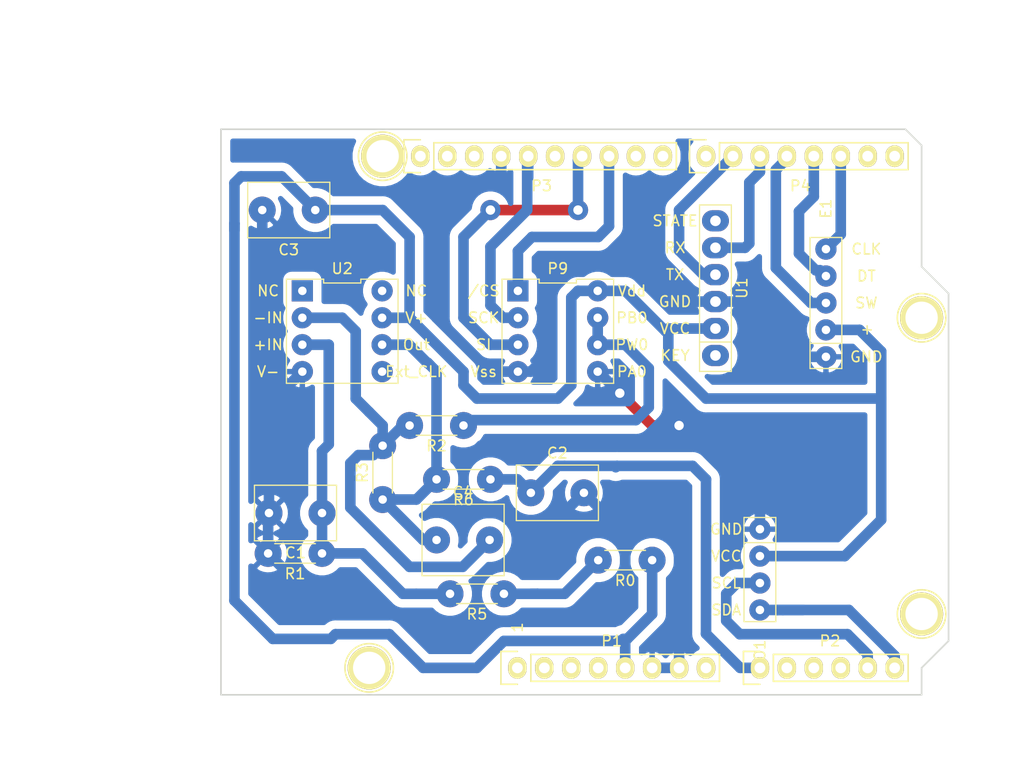
<source format=kicad_pcb>
(kicad_pcb (version 20171130) (host pcbnew "(5.1.10)-1")

  (general
    (thickness 1.6)
    (drawings 30)
    (tracks 223)
    (zones 0)
    (modules 23)
    (nets 43)
  )

  (page A4)
  (title_block
    (date "lun. 30 mars 2015")
  )

  (layers
    (0 F.Cu signal)
    (31 B.Cu signal)
    (32 B.Adhes user hide)
    (33 F.Adhes user hide)
    (34 B.Paste user)
    (35 F.Paste user)
    (36 B.SilkS user hide)
    (37 F.SilkS user)
    (38 B.Mask user hide)
    (39 F.Mask user hide)
    (40 Dwgs.User user hide)
    (41 Cmts.User user)
    (42 Eco1.User user)
    (43 Eco2.User user)
    (44 Edge.Cuts user)
    (45 Margin user hide)
    (46 B.CrtYd user hide)
    (47 F.CrtYd user hide)
    (48 B.Fab user hide)
    (49 F.Fab user hide)
  )

  (setup
    (last_trace_width 1)
    (user_trace_width 1)
    (trace_clearance 0.5)
    (zone_clearance 0.8)
    (zone_45_only no)
    (trace_min 0.2)
    (via_size 0.6)
    (via_drill 0.4)
    (via_min_size 0.4)
    (via_min_drill 0.3)
    (uvia_size 0.3)
    (uvia_drill 0.1)
    (uvias_allowed no)
    (uvia_min_size 0.2)
    (uvia_min_drill 0.1)
    (edge_width 0.15)
    (segment_width 0.15)
    (pcb_text_width 0.3)
    (pcb_text_size 1.5 1.5)
    (mod_edge_width 0.15)
    (mod_text_size 1 1)
    (mod_text_width 0.15)
    (pad_size 2.54 2.54)
    (pad_drill 0.8)
    (pad_to_mask_clearance 0)
    (aux_axis_origin 110.998 126.365)
    (grid_origin 110.998 126.365)
    (visible_elements 7FFFFFFF)
    (pcbplotparams
      (layerselection 0x00030_80000001)
      (usegerberextensions false)
      (usegerberattributes true)
      (usegerberadvancedattributes true)
      (creategerberjobfile true)
      (excludeedgelayer true)
      (linewidth 0.100000)
      (plotframeref false)
      (viasonmask false)
      (mode 1)
      (useauxorigin false)
      (hpglpennumber 1)
      (hpglpenspeed 20)
      (hpglpendiameter 15.000000)
      (psnegative false)
      (psa4output false)
      (plotreference true)
      (plotvalue true)
      (plotinvisibletext false)
      (padsonsilk false)
      (subtractmaskfromsilk false)
      (outputformat 1)
      (mirror false)
      (drillshape 1)
      (scaleselection 1)
      (outputdirectory ""))
  )

  (net 0 "")
  (net 1 /IOREF)
  (net 2 /Reset)
  (net 3 +5V)
  (net 4 /Vin)
  (net 5 /A1)
  (net 6 /A2)
  (net 7 /A3)
  (net 8 /AREF)
  (net 9 "/9(**)")
  (net 10 /8)
  (net 11 /7)
  (net 12 "/1(Tx)")
  (net 13 "/0(Rx)")
  (net 14 "Net-(P5-Pad1)")
  (net 15 "Net-(P6-Pad1)")
  (net 16 "Net-(P7-Pad1)")
  (net 17 "Net-(P8-Pad1)")
  (net 18 "Net-(P1-Pad1)")
  (net 19 +3V3)
  (net 20 "/12(MISO)")
  (net 21 "Net-(U1-Pad1)")
  (net 22 "Net-(U1-Pad6)")
  (net 23 IN+)
  (net 24 ADC)
  (net 25 IN-)
  (net 26 "Net-(C4-Pad1)")
  (net 27 CLK)
  (net 28 DATA)
  (net 29 SWITCH)
  (net 30 SCK)
  (net 31 SDA)
  (net 32 13A)
  (net 33 11~A)
  (net 34 10~A)
  (net 35 RX)
  (net 36 TX)
  (net 37 "Net-(R0-Pad2)")
  (net 38 "Net-(U2-Pad5)")
  (net 39 "Net-(U2-Pad1)")
  (net 40 "Net-(U2-Pad8)")
  (net 41 GND)
  (net 42 "Net-(P9-Pad6)")

  (net_class Default "This is the default net class."
    (clearance 0.5)
    (trace_width 0.25)
    (via_dia 0.6)
    (via_drill 0.4)
    (uvia_dia 0.3)
    (uvia_drill 0.1)
    (add_net +3V3)
    (add_net +5V)
    (add_net "/0(Rx)")
    (add_net "/1(Tx)")
    (add_net "/12(MISO)")
    (add_net /7)
    (add_net /8)
    (add_net "/9(**)")
    (add_net /A1)
    (add_net /A2)
    (add_net /A3)
    (add_net /AREF)
    (add_net /IOREF)
    (add_net /Reset)
    (add_net /Vin)
    (add_net 10~A)
    (add_net 11~A)
    (add_net 13A)
    (add_net ADC)
    (add_net CLK)
    (add_net DATA)
    (add_net GND)
    (add_net IN+)
    (add_net IN-)
    (add_net "Net-(C4-Pad1)")
    (add_net "Net-(P1-Pad1)")
    (add_net "Net-(P5-Pad1)")
    (add_net "Net-(P6-Pad1)")
    (add_net "Net-(P7-Pad1)")
    (add_net "Net-(P8-Pad1)")
    (add_net "Net-(P9-Pad6)")
    (add_net "Net-(R0-Pad2)")
    (add_net "Net-(U1-Pad1)")
    (add_net "Net-(U1-Pad6)")
    (add_net "Net-(U2-Pad1)")
    (add_net "Net-(U2-Pad5)")
    (add_net "Net-(U2-Pad8)")
    (add_net RX)
    (add_net SCK)
    (add_net SDA)
    (add_net SWITCH)
    (add_net TX)
  )

  (module Capacitor_THT:C_Disc_D7.5mm_W5.0mm_P5.00mm (layer F.Cu) (tedit 6241A6F0) (tstamp 6227D6B3)
    (at 140.208 107.315)
    (descr "C, Disc series, Radial, pin pitch=5.00mm, , diameter*width=7.5*5.0mm^2, Capacitor, http://www.vishay.com/docs/28535/vy2series.pdf")
    (tags "C Disc series Radial pin pitch 5.00mm  diameter 7.5mm width 5.0mm Capacitor")
    (path /622203DB)
    (fp_text reference C2 (at 2.5 -3.75) (layer F.SilkS)
      (effects (font (size 1 1) (thickness 0.15)))
    )
    (fp_text value 100n (at 2.5 3.75) (layer F.Fab)
      (effects (font (size 1 1) (thickness 0.15)))
    )
    (fp_line (start -1.25 -2.5) (end -1.25 2.5) (layer F.Fab) (width 0.1))
    (fp_line (start -1.25 2.5) (end 6.25 2.5) (layer F.Fab) (width 0.1))
    (fp_line (start 6.25 2.5) (end 6.25 -2.5) (layer F.Fab) (width 0.1))
    (fp_line (start 6.25 -2.5) (end -1.25 -2.5) (layer F.Fab) (width 0.1))
    (fp_line (start -1.37 -2.62) (end 6.37 -2.62) (layer F.SilkS) (width 0.12))
    (fp_line (start -1.37 2.62) (end 6.37 2.62) (layer F.SilkS) (width 0.12))
    (fp_line (start -1.37 -2.62) (end -1.37 2.62) (layer F.SilkS) (width 0.12))
    (fp_line (start 6.37 -2.62) (end 6.37 2.62) (layer F.SilkS) (width 0.12))
    (fp_line (start -1.5 -2.75) (end -1.5 2.75) (layer F.CrtYd) (width 0.05))
    (fp_line (start -1.5 2.75) (end 6.5 2.75) (layer F.CrtYd) (width 0.05))
    (fp_line (start 6.5 2.75) (end 6.5 -2.75) (layer F.CrtYd) (width 0.05))
    (fp_line (start 6.5 -2.75) (end -1.5 -2.75) (layer F.CrtYd) (width 0.05))
    (fp_text user %R (at 2.5 0) (layer F.Fab)
      (effects (font (size 1 1) (thickness 0.15)))
    )
    (pad 2 thru_hole circle (at 5 0) (size 2.54 2.54) (drill 0.8) (layers *.Cu *.Mask)
      (net 41 GND))
    (pad 1 thru_hole circle (at 0 0) (size 2.54 2.54) (drill 0.8) (layers *.Cu *.Mask)
      (net 24 ADC))
    (model ${KISYS3DMOD}/Capacitor_THT.3dshapes/C_Disc_D7.5mm_W5.0mm_P5.00mm.wrl
      (at (xyz 0 0 0))
      (scale (xyz 1 1 1))
      (rotate (xyz 0 0 0))
    )
  )

  (module Resistor_THT:R_Axial_DIN0204_L3.6mm_D1.6mm_P5.08mm_Horizontal (layer F.Cu) (tedit 6241A6C4) (tstamp 6227D86F)
    (at 136.398 106.045 180)
    (descr "Resistor, Axial_DIN0204 series, Axial, Horizontal, pin pitch=5.08mm, 0.167W, length*diameter=3.6*1.6mm^2, http://cdn-reichelt.de/documents/datenblatt/B400/1_4W%23YAG.pdf")
    (tags "Resistor Axial_DIN0204 series Axial Horizontal pin pitch 5.08mm 0.167W length 3.6mm diameter 1.6mm")
    (path /6221F3C8)
    (fp_text reference R6 (at 2.54 -1.92) (layer F.SilkS)
      (effects (font (size 1 1) (thickness 0.15)))
    )
    (fp_text value 1k (at 2.54 1.92) (layer F.Fab)
      (effects (font (size 1 1) (thickness 0.15)))
    )
    (fp_line (start 0.74 -0.8) (end 0.74 0.8) (layer F.Fab) (width 0.1))
    (fp_line (start 0.74 0.8) (end 4.34 0.8) (layer F.Fab) (width 0.1))
    (fp_line (start 4.34 0.8) (end 4.34 -0.8) (layer F.Fab) (width 0.1))
    (fp_line (start 4.34 -0.8) (end 0.74 -0.8) (layer F.Fab) (width 0.1))
    (fp_line (start 0 0) (end 0.74 0) (layer F.Fab) (width 0.1))
    (fp_line (start 5.08 0) (end 4.34 0) (layer F.Fab) (width 0.1))
    (fp_line (start 0.62 -0.92) (end 4.46 -0.92) (layer F.SilkS) (width 0.12))
    (fp_line (start 0.62 0.92) (end 4.46 0.92) (layer F.SilkS) (width 0.12))
    (fp_line (start -0.95 -1.05) (end -0.95 1.05) (layer F.CrtYd) (width 0.05))
    (fp_line (start -0.95 1.05) (end 6.03 1.05) (layer F.CrtYd) (width 0.05))
    (fp_line (start 6.03 1.05) (end 6.03 -1.05) (layer F.CrtYd) (width 0.05))
    (fp_line (start 6.03 -1.05) (end -0.95 -1.05) (layer F.CrtYd) (width 0.05))
    (fp_text user %R (at 2.54 0) (layer F.Fab)
      (effects (font (size 0.72 0.72) (thickness 0.108)))
    )
    (pad 2 thru_hole circle (at 5.08 0 180) (size 2.54 2.54) (drill 0.8) (layers *.Cu *.Mask)
      (net 26 "Net-(C4-Pad1)"))
    (pad 1 thru_hole circle (at 0 0 180) (size 2.54 2.54) (drill 0.8) (layers *.Cu *.Mask)
      (net 24 ADC))
    (model ${KISYS3DMOD}/Resistor_THT.3dshapes/R_Axial_DIN0204_L3.6mm_D1.6mm_P5.08mm_Horizontal.wrl
      (at (xyz 0 0 0))
      (scale (xyz 1 1 1))
      (rotate (xyz 0 0 0))
    )
  )

  (module Librairies_empreintes_projet:hc05 (layer F.Cu) (tedit 6227859E) (tstamp 621E525A)
    (at 157.607 88.011 90)
    (path /621E18DC)
    (fp_text reference U1 (at 0 2.5 90) (layer F.SilkS)
      (effects (font (size 1 1) (thickness 0.15)))
    )
    (fp_text value Bluetooth_module_HC_05 (at 0 -2.5 90) (layer F.Fab)
      (effects (font (size 1 1) (thickness 0.15)))
    )
    (fp_line (start -7.6 1.25) (end -7.6 -1.25) (layer F.CrtYd) (width 0.05))
    (fp_line (start 7.6 1.25) (end -7.6 1.25) (layer F.CrtYd) (width 0.05))
    (fp_line (start 7.6 -1.25) (end 7.6 1.25) (layer F.CrtYd) (width 0.05))
    (fp_line (start -7.6 -1.25) (end 7.6 -1.25) (layer F.CrtYd) (width 0.05))
    (fp_line (start -5.08 -1.5) (end -5.08 1.5) (layer F.SilkS) (width 0.12))
    (fp_line (start -7.85 1.5) (end -7.85 -1.5) (layer F.SilkS) (width 0.12))
    (fp_line (start 7.85 1.5) (end -7.85 1.5) (layer F.SilkS) (width 0.12))
    (fp_line (start 7.85 -1.5) (end 7.85 1.5) (layer F.SilkS) (width 0.12))
    (fp_line (start -7.85 -1.5) (end 7.85 -1.5) (layer F.SilkS) (width 0.12))
    (fp_text user STATE (at 6.35 -3.81) (layer F.SilkS)
      (effects (font (size 1 1) (thickness 0.15)))
    )
    (fp_text user RX (at 3.81 -3.81) (layer F.SilkS)
      (effects (font (size 1 1) (thickness 0.15)))
    )
    (fp_text user TX (at 1.27 -3.81) (layer F.SilkS)
      (effects (font (size 1 1) (thickness 0.15)))
    )
    (fp_text user GND (at -1.27 -3.81) (layer F.SilkS)
      (effects (font (size 1 1) (thickness 0.15)))
    )
    (fp_text user VCC (at -3.81 -3.81) (layer F.SilkS)
      (effects (font (size 1 1) (thickness 0.15)))
    )
    (fp_text user KEY (at -6.35 -3.81) (layer F.SilkS)
      (effects (font (size 1 1) (thickness 0.15)))
    )
    (pad 6 thru_hole oval (at 6.35 0 90) (size 2 2.54) (drill 1) (layers *.Cu *.Mask)
      (net 22 "Net-(U1-Pad6)"))
    (pad 5 thru_hole oval (at 3.81 0 90) (size 2 2.54) (drill 1) (layers *.Cu *.Mask)
      (net 36 TX))
    (pad 4 thru_hole oval (at 1.27 0 90) (size 2 2.54) (drill 1) (layers *.Cu *.Mask)
      (net 35 RX))
    (pad 3 thru_hole oval (at -1.27 0 90) (size 2 2.54) (drill 1) (layers *.Cu *.Mask)
      (net 41 GND))
    (pad 2 thru_hole oval (at -3.81 0 90) (size 2 2.54) (drill 1) (layers *.Cu *.Mask)
      (net 3 +5V))
    (pad 1 thru_hole oval (at -6.35 0 90) (size 2 2.54) (drill 1) (layers *.Cu *.Mask)
      (net 21 "Net-(U1-Pad1)"))
    (model ${KIPRJMOD}/modèles_stl/bluetooth/hc05/HC05.STEP
      (offset (xyz 0 6 20))
      (scale (xyz 1 1 1))
      (rotate (xyz 90 90 90))
    )
  )

  (module Librairies_empreintes_projet:LTC_1050 (layer F.Cu) (tedit 62276FAD) (tstamp 6227D8BF)
    (at 122.428 92.075 270)
    (path /621EA5AB)
    (fp_text reference U2 (at -5.91 0) (layer F.SilkS)
      (effects (font (size 1 1) (thickness 0.15)))
    )
    (fp_text value LTC_1050 (at 0 0 90) (layer F.Fab)
      (effects (font (size 1 1) (thickness 0.15)))
    )
    (fp_line (start -4.66 5.01) (end -4.66 -5.01) (layer F.CrtYd) (width 0.05))
    (fp_line (start 4.66 5.01) (end -4.66 5.01) (layer F.CrtYd) (width 0.05))
    (fp_line (start 4.66 -5.01) (end 4.66 5.01) (layer F.CrtYd) (width 0.05))
    (fp_line (start -4.66 -5.01) (end 4.66 -5.01) (layer F.CrtYd) (width 0.05))
    (fp_line (start -4.91 1.753333) (end -4.91 5.26) (layer F.SilkS) (width 0.12))
    (fp_line (start -4.55 1.753333) (end -4.91 1.753333) (layer F.SilkS) (width 0.12))
    (fp_line (start -4.55 -1.753333) (end -4.55 1.753333) (layer F.SilkS) (width 0.12))
    (fp_line (start -4.91 -1.753333) (end -4.55 -1.753333) (layer F.SilkS) (width 0.12))
    (fp_line (start -4.91 -5.26) (end -4.91 -1.753333) (layer F.SilkS) (width 0.12))
    (fp_line (start 4.91 -5.26) (end -4.91 -5.26) (layer F.SilkS) (width 0.12))
    (fp_line (start 4.91 5.26) (end 4.91 -5.26) (layer F.SilkS) (width 0.12))
    (fp_line (start -4.91 5.26) (end 4.91 5.26) (layer F.SilkS) (width 0.12))
    (fp_text user NC (at -3.81 6.985) (layer F.SilkS)
      (effects (font (size 1 1) (thickness 0.15)))
    )
    (fp_text user -IN (at -1.27 6.985) (layer F.SilkS)
      (effects (font (size 1 1) (thickness 0.15)))
    )
    (fp_text user +IN (at 1.27 6.985) (layer F.SilkS)
      (effects (font (size 1 1) (thickness 0.15)))
    )
    (fp_text user V- (at 3.81 6.985) (layer F.SilkS)
      (effects (font (size 1 1) (thickness 0.15)))
    )
    (fp_text user NC (at -3.81 -6.985) (layer F.SilkS)
      (effects (font (size 1 1) (thickness 0.15)))
    )
    (fp_text user V+ (at -1.27 -6.985) (layer F.SilkS)
      (effects (font (size 1 1) (thickness 0.15)))
    )
    (fp_text user Out (at 1.27 -6.985) (layer F.SilkS)
      (effects (font (size 1 1) (thickness 0.15)))
    )
    (fp_text user Ext_CLK (at 3.81 -6.985) (layer F.SilkS)
      (effects (font (size 1 1) (thickness 0.15)))
    )
    (pad 8 thru_hole circle (at -3.81 -3.76 270) (size 2 2) (drill 0.8) (layers *.Cu *.Mask)
      (net 40 "Net-(U2-Pad8)"))
    (pad 1 thru_hole rect (at -3.81 3.76 270) (size 2 2) (drill 0.8) (layers *.Cu *.Mask)
      (net 39 "Net-(U2-Pad1)"))
    (pad 7 thru_hole circle (at -1.27 -3.76 270) (size 2 2) (drill 0.8) (layers *.Cu *.Mask)
      (net 3 +5V))
    (pad 2 thru_hole oval (at -1.27 3.76 270) (size 2 2) (drill 0.8) (layers *.Cu *.Mask)
      (net 25 IN-))
    (pad 6 thru_hole circle (at 1.27 -3.76 270) (size 2 2) (drill 0.8) (layers *.Cu *.Mask)
      (net 26 "Net-(C4-Pad1)"))
    (pad 3 thru_hole oval (at 1.27 3.76 270) (size 2 2) (drill 0.8) (layers *.Cu *.Mask)
      (net 23 IN+))
    (pad 5 thru_hole oval (at 3.81 -3.76 270) (size 2 2) (drill 0.8) (layers *.Cu *.Mask)
      (net 38 "Net-(U2-Pad5)"))
    (pad 4 thru_hole oval (at 3.81 3.76 270) (size 2 2) (drill 0.8) (layers *.Cu *.Mask)
      (net 41 GND))
  )

  (module Resistor_THT:R_Axial_DIN0204_L3.6mm_D1.6mm_P5.08mm_Horizontal (layer F.Cu) (tedit 6241AB04) (tstamp 6227D85C)
    (at 137.668 116.84 180)
    (descr "Resistor, Axial_DIN0204 series, Axial, Horizontal, pin pitch=5.08mm, 0.167W, length*diameter=3.6*1.6mm^2, http://cdn-reichelt.de/documents/datenblatt/B400/1_4W%23YAG.pdf")
    (tags "Resistor Axial_DIN0204 series Axial Horizontal pin pitch 5.08mm 0.167W length 3.6mm diameter 1.6mm")
    (path /6221D9B4)
    (fp_text reference R5 (at 2.54 -1.92) (layer F.SilkS)
      (effects (font (size 1 1) (thickness 0.15)))
    )
    (fp_text value 10k (at 2.54 1.92) (layer F.Fab)
      (effects (font (size 1 1) (thickness 0.15)))
    )
    (fp_line (start 0.74 -0.8) (end 0.74 0.8) (layer F.Fab) (width 0.1))
    (fp_line (start 0.74 0.8) (end 4.34 0.8) (layer F.Fab) (width 0.1))
    (fp_line (start 4.34 0.8) (end 4.34 -0.8) (layer F.Fab) (width 0.1))
    (fp_line (start 4.34 -0.8) (end 0.74 -0.8) (layer F.Fab) (width 0.1))
    (fp_line (start 0 0) (end 0.74 0) (layer F.Fab) (width 0.1))
    (fp_line (start 5.08 0) (end 4.34 0) (layer F.Fab) (width 0.1))
    (fp_line (start 0.62 -0.92) (end 4.46 -0.92) (layer F.SilkS) (width 0.12))
    (fp_line (start 0.62 0.92) (end 4.46 0.92) (layer F.SilkS) (width 0.12))
    (fp_line (start -0.95 -1.05) (end -0.95 1.05) (layer F.CrtYd) (width 0.05))
    (fp_line (start -0.95 1.05) (end 6.03 1.05) (layer F.CrtYd) (width 0.05))
    (fp_line (start 6.03 1.05) (end 6.03 -1.05) (layer F.CrtYd) (width 0.05))
    (fp_line (start 6.03 -1.05) (end -0.95 -1.05) (layer F.CrtYd) (width 0.05))
    (fp_text user %R (at 2.54 0) (layer F.Fab)
      (effects (font (size 0.72 0.72) (thickness 0.108)))
    )
    (pad 2 thru_hole circle (at 5.08 0 180) (size 2.54 2.54) (drill 0.8) (layers *.Cu *.Mask)
      (net 23 IN+))
    (pad 1 thru_hole circle (at 0 0 180) (size 2.54 2.54) (drill 0.8) (layers *.Cu *.Mask)
      (net 37 "Net-(R0-Pad2)"))
    (model ${KISYS3DMOD}/Resistor_THT.3dshapes/R_Axial_DIN0204_L3.6mm_D1.6mm_P5.08mm_Horizontal.wrl
      (at (xyz 0 0 0))
      (scale (xyz 1 1 1))
      (rotate (xyz 0 0 0))
    )
  )

  (module Resistor_THT:R_Axial_DIN0204_L3.6mm_D1.6mm_P5.08mm_Horizontal (layer F.Cu) (tedit 6241A69A) (tstamp 6227D849)
    (at 126.238 107.95 90)
    (descr "Resistor, Axial_DIN0204 series, Axial, Horizontal, pin pitch=5.08mm, 0.167W, length*diameter=3.6*1.6mm^2, http://cdn-reichelt.de/documents/datenblatt/B400/1_4W%23YAG.pdf")
    (tags "Resistor Axial_DIN0204 series Axial Horizontal pin pitch 5.08mm 0.167W length 3.6mm diameter 1.6mm")
    (path /6221ED11)
    (fp_text reference R3 (at 2.54 -1.92 90) (layer F.SilkS)
      (effects (font (size 1 1) (thickness 0.15)))
    )
    (fp_text value 100k (at 2.54 1.92 90) (layer F.Fab)
      (effects (font (size 1 1) (thickness 0.15)))
    )
    (fp_line (start 0.74 -0.8) (end 0.74 0.8) (layer F.Fab) (width 0.1))
    (fp_line (start 0.74 0.8) (end 4.34 0.8) (layer F.Fab) (width 0.1))
    (fp_line (start 4.34 0.8) (end 4.34 -0.8) (layer F.Fab) (width 0.1))
    (fp_line (start 4.34 -0.8) (end 0.74 -0.8) (layer F.Fab) (width 0.1))
    (fp_line (start 0 0) (end 0.74 0) (layer F.Fab) (width 0.1))
    (fp_line (start 5.08 0) (end 4.34 0) (layer F.Fab) (width 0.1))
    (fp_line (start 0.62 -0.92) (end 4.46 -0.92) (layer F.SilkS) (width 0.12))
    (fp_line (start 0.62 0.92) (end 4.46 0.92) (layer F.SilkS) (width 0.12))
    (fp_line (start -0.95 -1.05) (end -0.95 1.05) (layer F.CrtYd) (width 0.05))
    (fp_line (start -0.95 1.05) (end 6.03 1.05) (layer F.CrtYd) (width 0.05))
    (fp_line (start 6.03 1.05) (end 6.03 -1.05) (layer F.CrtYd) (width 0.05))
    (fp_line (start 6.03 -1.05) (end -0.95 -1.05) (layer F.CrtYd) (width 0.05))
    (fp_text user %R (at 2.54 0 90) (layer F.Fab)
      (effects (font (size 0.72 0.72) (thickness 0.108)))
    )
    (pad 2 thru_hole oval (at 5.08 0 90) (size 2.54 2.54) (drill 0.8) (layers *.Cu *.Mask)
      (net 25 IN-))
    (pad 1 thru_hole circle (at 0 0 90) (size 2.54 2.54) (drill 0.8) (layers *.Cu *.Mask)
      (net 26 "Net-(C4-Pad1)"))
    (model ${KISYS3DMOD}/Resistor_THT.3dshapes/R_Axial_DIN0204_L3.6mm_D1.6mm_P5.08mm_Horizontal.wrl
      (at (xyz 0 0 0))
      (scale (xyz 1 1 1))
      (rotate (xyz 0 0 0))
    )
  )

  (module Resistor_THT:R_Axial_DIN0204_L3.6mm_D1.6mm_P5.08mm_Horizontal (layer F.Cu) (tedit 6241A677) (tstamp 6227D836)
    (at 133.858 100.965 180)
    (descr "Resistor, Axial_DIN0204 series, Axial, Horizontal, pin pitch=5.08mm, 0.167W, length*diameter=3.6*1.6mm^2, http://cdn-reichelt.de/documents/datenblatt/B400/1_4W%23YAG.pdf")
    (tags "Resistor Axial_DIN0204 series Axial Horizontal pin pitch 5.08mm 0.167W length 3.6mm diameter 1.6mm")
    (path /6221FAB0)
    (fp_text reference R2 (at 2.54 -1.92) (layer F.SilkS)
      (effects (font (size 1 1) (thickness 0.15)))
    )
    (fp_text value 500 (at 2.54 1.92) (layer F.Fab)
      (effects (font (size 1 1) (thickness 0.15)))
    )
    (fp_line (start 0.74 -0.8) (end 0.74 0.8) (layer F.Fab) (width 0.1))
    (fp_line (start 0.74 0.8) (end 4.34 0.8) (layer F.Fab) (width 0.1))
    (fp_line (start 4.34 0.8) (end 4.34 -0.8) (layer F.Fab) (width 0.1))
    (fp_line (start 4.34 -0.8) (end 0.74 -0.8) (layer F.Fab) (width 0.1))
    (fp_line (start 0 0) (end 0.74 0) (layer F.Fab) (width 0.1))
    (fp_line (start 5.08 0) (end 4.34 0) (layer F.Fab) (width 0.1))
    (fp_line (start 0.62 -0.92) (end 4.46 -0.92) (layer F.SilkS) (width 0.12))
    (fp_line (start 0.62 0.92) (end 4.46 0.92) (layer F.SilkS) (width 0.12))
    (fp_line (start -0.95 -1.05) (end -0.95 1.05) (layer F.CrtYd) (width 0.05))
    (fp_line (start -0.95 1.05) (end 6.03 1.05) (layer F.CrtYd) (width 0.05))
    (fp_line (start 6.03 1.05) (end 6.03 -1.05) (layer F.CrtYd) (width 0.05))
    (fp_line (start 6.03 -1.05) (end -0.95 -1.05) (layer F.CrtYd) (width 0.05))
    (fp_text user %R (at 2.54 0) (layer F.Fab)
      (effects (font (size 0.72 0.72) (thickness 0.108)))
    )
    (pad 2 thru_hole circle (at 5.08 0 180) (size 2.54 2.54) (drill 0.8) (layers *.Cu *.Mask)
      (net 25 IN-))
    (pad 1 thru_hole circle (at 0 0 180) (size 2.54 2.54) (drill 0.8) (layers *.Cu *.Mask)
      (net 42 "Net-(P9-Pad6)"))
    (model ${KISYS3DMOD}/Resistor_THT.3dshapes/R_Axial_DIN0204_L3.6mm_D1.6mm_P5.08mm_Horizontal.wrl
      (at (xyz 0 0 0))
      (scale (xyz 1 1 1))
      (rotate (xyz 0 0 0))
    )
  )

  (module Resistor_THT:R_Axial_DIN0204_L3.6mm_D1.6mm_P5.08mm_Horizontal (layer F.Cu) (tedit 6241A605) (tstamp 6227D823)
    (at 120.523 113.03 180)
    (descr "Resistor, Axial_DIN0204 series, Axial, Horizontal, pin pitch=5.08mm, 0.167W, length*diameter=3.6*1.6mm^2, http://cdn-reichelt.de/documents/datenblatt/B400/1_4W%23YAG.pdf")
    (tags "Resistor Axial_DIN0204 series Axial Horizontal pin pitch 5.08mm 0.167W length 3.6mm diameter 1.6mm")
    (path /6221E4CE)
    (fp_text reference R1 (at 2.54 -1.92) (layer F.SilkS)
      (effects (font (size 1 1) (thickness 0.15)))
    )
    (fp_text value 100k (at 2.54 1.92) (layer F.Fab)
      (effects (font (size 1 1) (thickness 0.15)))
    )
    (fp_line (start 6.03 -1.05) (end -0.95 -1.05) (layer F.CrtYd) (width 0.05))
    (fp_line (start 6.03 1.05) (end 6.03 -1.05) (layer F.CrtYd) (width 0.05))
    (fp_line (start -0.95 1.05) (end 6.03 1.05) (layer F.CrtYd) (width 0.05))
    (fp_line (start -0.95 -1.05) (end -0.95 1.05) (layer F.CrtYd) (width 0.05))
    (fp_line (start 0.62 0.92) (end 4.46 0.92) (layer F.SilkS) (width 0.12))
    (fp_line (start 0.62 -0.92) (end 4.46 -0.92) (layer F.SilkS) (width 0.12))
    (fp_line (start 5.08 0) (end 4.34 0) (layer F.Fab) (width 0.1))
    (fp_line (start 0 0) (end 0.74 0) (layer F.Fab) (width 0.1))
    (fp_line (start 4.34 -0.8) (end 0.74 -0.8) (layer F.Fab) (width 0.1))
    (fp_line (start 4.34 0.8) (end 4.34 -0.8) (layer F.Fab) (width 0.1))
    (fp_line (start 0.74 0.8) (end 4.34 0.8) (layer F.Fab) (width 0.1))
    (fp_line (start 0.74 -0.8) (end 0.74 0.8) (layer F.Fab) (width 0.1))
    (fp_text user %R (at 2.54 0) (layer F.Fab)
      (effects (font (size 0.72 0.72) (thickness 0.108)))
    )
    (pad 1 thru_hole circle (at 0 0 180) (size 2.54 2.54) (drill 0.8) (layers *.Cu *.Mask)
      (net 23 IN+))
    (pad 2 thru_hole circle (at 5.08 0 180) (size 2.54 2.54) (drill 0.8) (layers *.Cu *.Mask)
      (net 41 GND))
    (model ${KISYS3DMOD}/Resistor_THT.3dshapes/R_Axial_DIN0204_L3.6mm_D1.6mm_P5.08mm_Horizontal.wrl
      (at (xyz 0 0 0))
      (scale (xyz 1 1 1))
      (rotate (xyz 0 0 0))
    )
  )

  (module Resistor_THT:R_Axial_DIN0204_L3.6mm_D1.6mm_P5.08mm_Horizontal (layer F.Cu) (tedit 6241AAFB) (tstamp 6227D810)
    (at 151.638 113.665 180)
    (descr "Resistor, Axial_DIN0204 series, Axial, Horizontal, pin pitch=5.08mm, 0.167W, length*diameter=3.6*1.6mm^2, http://cdn-reichelt.de/documents/datenblatt/B400/1_4W%23YAG.pdf")
    (tags "Resistor Axial_DIN0204 series Axial Horizontal pin pitch 5.08mm 0.167W length 3.6mm diameter 1.6mm")
    (path /6220B6C9)
    (fp_text reference R0 (at 2.54 -1.92) (layer F.SilkS)
      (effects (font (size 1 1) (thickness 0.15)))
    )
    (fp_text value Rsensor (at 2.54 1.92) (layer F.Fab)
      (effects (font (size 1 1) (thickness 0.15)))
    )
    (fp_line (start 0.74 -0.8) (end 0.74 0.8) (layer F.Fab) (width 0.1))
    (fp_line (start 0.74 0.8) (end 4.34 0.8) (layer F.Fab) (width 0.1))
    (fp_line (start 4.34 0.8) (end 4.34 -0.8) (layer F.Fab) (width 0.1))
    (fp_line (start 4.34 -0.8) (end 0.74 -0.8) (layer F.Fab) (width 0.1))
    (fp_line (start 0 0) (end 0.74 0) (layer F.Fab) (width 0.1))
    (fp_line (start 5.08 0) (end 4.34 0) (layer F.Fab) (width 0.1))
    (fp_line (start 0.62 -0.92) (end 4.46 -0.92) (layer F.SilkS) (width 0.12))
    (fp_line (start 0.62 0.92) (end 4.46 0.92) (layer F.SilkS) (width 0.12))
    (fp_line (start -0.95 -1.05) (end -0.95 1.05) (layer F.CrtYd) (width 0.05))
    (fp_line (start -0.95 1.05) (end 6.03 1.05) (layer F.CrtYd) (width 0.05))
    (fp_line (start 6.03 1.05) (end 6.03 -1.05) (layer F.CrtYd) (width 0.05))
    (fp_line (start 6.03 -1.05) (end -0.95 -1.05) (layer F.CrtYd) (width 0.05))
    (fp_text user %R (at 2.54 0) (layer F.Fab)
      (effects (font (size 0.72 0.72) (thickness 0.108)))
    )
    (pad 2 thru_hole circle (at 5.08 0 180) (size 2.54 2.54) (drill 0.8) (layers *.Cu *.Mask)
      (net 37 "Net-(R0-Pad2)"))
    (pad 1 thru_hole circle (at 0 0 180) (size 2.54 2.54) (drill 0.8) (layers *.Cu *.Mask)
      (net 3 +5V))
    (model ${KISYS3DMOD}/Resistor_THT.3dshapes/R_Axial_DIN0204_L3.6mm_D1.6mm_P5.08mm_Horizontal.wrl
      (at (xyz 0 0 0))
      (scale (xyz 1 1 1))
      (rotate (xyz 0 0 0))
    )
  )

  (module Librairies_empreintes_projet:potentiometre_digital (layer F.Cu) (tedit 6227703D) (tstamp 6227D7FD)
    (at 142.748 92.075 270)
    (path /621E77B2)
    (fp_text reference P9 (at -5.91 0) (layer F.SilkS)
      (effects (font (size 1 1) (thickness 0.15)))
    )
    (fp_text value Potentiometre_digital (at 0 0 90) (layer F.Fab)
      (effects (font (size 1 1) (thickness 0.15)))
    )
    (fp_line (start -4.91 5.26) (end 4.91 5.26) (layer F.SilkS) (width 0.12))
    (fp_line (start 4.91 5.26) (end 4.91 -5.26) (layer F.SilkS) (width 0.12))
    (fp_line (start 4.91 -5.26) (end -4.91 -5.26) (layer F.SilkS) (width 0.12))
    (fp_line (start -4.91 -5.26) (end -4.91 -1.753333) (layer F.SilkS) (width 0.12))
    (fp_line (start -4.91 -1.753333) (end -4.55 -1.753333) (layer F.SilkS) (width 0.12))
    (fp_line (start -4.55 -1.753333) (end -4.55 1.753333) (layer F.SilkS) (width 0.12))
    (fp_line (start -4.55 1.753333) (end -4.91 1.753333) (layer F.SilkS) (width 0.12))
    (fp_line (start -4.91 1.753333) (end -4.91 5.26) (layer F.SilkS) (width 0.12))
    (fp_line (start -4.66 -5.01) (end 4.66 -5.01) (layer F.CrtYd) (width 0.05))
    (fp_line (start 4.66 -5.01) (end 4.66 5.01) (layer F.CrtYd) (width 0.05))
    (fp_line (start 4.66 5.01) (end -4.66 5.01) (layer F.CrtYd) (width 0.05))
    (fp_line (start -4.66 5.01) (end -4.66 -5.01) (layer F.CrtYd) (width 0.05))
    (fp_text user PA0 (at 3.81 -6.985) (layer F.SilkS)
      (effects (font (size 1 1) (thickness 0.15)))
    )
    (fp_text user PW0 (at 1.27 -6.985) (layer F.SilkS)
      (effects (font (size 1 1) (thickness 0.15)))
    )
    (fp_text user PB0 (at -1.27 -6.985) (layer F.SilkS)
      (effects (font (size 1 1) (thickness 0.15)))
    )
    (fp_text user Vdd (at -3.81 -6.985) (layer F.SilkS)
      (effects (font (size 1 1) (thickness 0.15)))
    )
    (fp_text user Vss (at 3.81 6.985) (layer F.SilkS)
      (effects (font (size 1 1) (thickness 0.15)))
    )
    (fp_text user SI (at 1.27 6.985) (layer F.SilkS)
      (effects (font (size 1 1) (thickness 0.15)))
    )
    (fp_text user SCK (at -1.27 6.985) (layer F.SilkS)
      (effects (font (size 1 1) (thickness 0.15)))
    )
    (fp_text user /CS (at -3.81 6.985) (layer F.SilkS)
      (effects (font (size 1 1) (thickness 0.15)))
    )
    (pad 4 thru_hole oval (at 3.81 3.76 270) (size 2 2) (drill 0.8) (layers *.Cu *.Mask)
      (net 41 GND))
    (pad 5 thru_hole oval (at 3.81 -3.76 270) (size 2 2) (drill 0.8) (layers *.Cu *.Mask)
      (net 41 GND))
    (pad 3 thru_hole oval (at 1.27 3.76 270) (size 2 2) (drill 0.8) (layers *.Cu *.Mask)
      (net 33 11~A))
    (pad 6 thru_hole oval (at 1.27 -3.76 270) (size 2 2) (drill 0.8) (layers *.Cu *.Mask)
      (net 42 "Net-(P9-Pad6)"))
    (pad 2 thru_hole oval (at -1.27 3.76 270) (size 2 2) (drill 0.8) (layers *.Cu *.Mask)
      (net 32 13A))
    (pad 7 thru_hole oval (at -1.27 -3.76 270) (size 2 2) (drill 0.8) (layers *.Cu *.Mask)
      (net 42 "Net-(P9-Pad6)"))
    (pad 1 thru_hole rect (at -3.81 3.76 270) (size 2 2) (drill 0.8) (layers *.Cu *.Mask)
      (net 34 10~A))
    (pad 8 thru_hole oval (at -3.81 -3.76 270) (size 2 2) (drill 0.8) (layers *.Cu *.Mask)
      (net 3 +5V))
  )

  (module Librairies_empreintes_projet:SIP-4 (layer F.Cu) (tedit 62276FE2) (tstamp 6227D705)
    (at 161.798 114.554 270)
    (path /623A27FC)
    (fp_text reference O1 (at 7.62 0 90) (layer F.SilkS)
      (effects (font (size 1 1) (thickness 0.15)))
    )
    (fp_text value OLED_0.91 (at 0 -2.5 90) (layer F.Fab)
      (effects (font (size 1 1) (thickness 0.15)))
    )
    (fp_line (start -4.91 -1.5) (end 4.91 -1.5) (layer F.SilkS) (width 0.12))
    (fp_line (start 4.91 -1.5) (end 4.91 1.5) (layer F.SilkS) (width 0.12))
    (fp_line (start 4.91 1.5) (end -4.91 1.5) (layer F.SilkS) (width 0.12))
    (fp_line (start -4.91 1.5) (end -4.91 -1.5) (layer F.SilkS) (width 0.12))
    (fp_line (start -2.54 -1.5) (end -2.54 1.5) (layer F.SilkS) (width 0.12))
    (fp_line (start -4.66 -1.25) (end 4.66 -1.25) (layer F.CrtYd) (width 0.05))
    (fp_line (start 4.66 -1.25) (end 4.66 1.25) (layer F.CrtYd) (width 0.05))
    (fp_line (start 4.66 1.25) (end -4.66 1.25) (layer F.CrtYd) (width 0.05))
    (fp_line (start -4.66 1.25) (end -4.66 -1.25) (layer F.CrtYd) (width 0.05))
    (fp_text user SDA (at 3.81 3.175) (layer F.SilkS)
      (effects (font (size 1 1) (thickness 0.15)))
    )
    (fp_text user SCL (at 1.27 3.175) (layer F.SilkS)
      (effects (font (size 1 1) (thickness 0.15)))
    )
    (fp_text user VCC (at -1.27 3.175) (layer F.SilkS)
      (effects (font (size 1 1) (thickness 0.15)))
    )
    (fp_text user GND (at -3.81 3.175) (layer F.SilkS)
      (effects (font (size 1 1) (thickness 0.15)))
    )
    (pad 4 thru_hole oval (at 3.81 0 270) (size 2 2) (drill 0.8) (layers *.Cu *.Mask)
      (net 30 SCK))
    (pad 3 thru_hole oval (at 1.27 0 270) (size 2 2) (drill 0.8) (layers *.Cu *.Mask)
      (net 31 SDA))
    (pad 2 thru_hole oval (at -1.27 0 270) (size 2 2) (drill 0.8) (layers *.Cu *.Mask)
      (net 3 +5V))
    (pad 1 thru_hole oval (at -3.81 0 270) (size 2 2) (drill 0.8) (layers *.Cu *.Mask)
      (net 41 GND))
    (model "${KIPRJMOD}/modèles_stl/OLED/PCB v8.step"
      (offset (xyz -15 -30 13.5))
      (scale (xyz 1 1 1))
      (rotate (xyz 0 0 0))
    )
  )

  (module Librairies_empreintes_projet:SIP-5 (layer F.Cu) (tedit 62276FFC) (tstamp 6227D6F0)
    (at 168.021 89.408 90)
    (path /623A1B53)
    (fp_text reference E1 (at 8.89 0 90) (layer F.SilkS)
      (effects (font (size 1 1) (thickness 0.15)))
    )
    (fp_text value Encodeur_rotatoire (at 0 -2.5 90) (layer F.Fab)
      (effects (font (size 1 1) (thickness 0.15)))
    )
    (fp_line (start -5.93 1.25) (end -5.93 -1.25) (layer F.CrtYd) (width 0.05))
    (fp_line (start 5.93 1.25) (end -5.93 1.25) (layer F.CrtYd) (width 0.05))
    (fp_line (start 5.93 -1.25) (end 5.93 1.25) (layer F.CrtYd) (width 0.05))
    (fp_line (start -5.93 -1.25) (end 5.93 -1.25) (layer F.CrtYd) (width 0.05))
    (fp_line (start -3.81 -1.5) (end -3.81 1.5) (layer F.SilkS) (width 0.12))
    (fp_line (start -6.18 1.5) (end -6.18 -1.5) (layer F.SilkS) (width 0.12))
    (fp_line (start 6.18 1.5) (end -6.18 1.5) (layer F.SilkS) (width 0.12))
    (fp_line (start 6.18 -1.5) (end 6.18 1.5) (layer F.SilkS) (width 0.12))
    (fp_line (start -6.18 -1.5) (end 6.18 -1.5) (layer F.SilkS) (width 0.12))
    (fp_text user CLK (at 5.08 3.81) (layer F.SilkS)
      (effects (font (size 1 1) (thickness 0.15)))
    )
    (fp_text user DT (at 2.54 3.81) (layer F.SilkS)
      (effects (font (size 1 1) (thickness 0.15)))
    )
    (fp_text user SW (at 0 3.81) (layer F.SilkS)
      (effects (font (size 1 1) (thickness 0.15)))
    )
    (fp_text user + (at -2.54 3.81 90) (layer F.SilkS)
      (effects (font (size 1 1) (thickness 0.15)))
    )
    (fp_text user GND (at -5.08 3.81) (layer F.SilkS)
      (effects (font (size 1 1) (thickness 0.15)))
    )
    (pad 5 thru_hole oval (at 5.08 0 90) (size 2 2) (drill 0.8) (layers *.Cu *.Mask)
      (net 27 CLK))
    (pad 4 thru_hole oval (at 2.54 0 90) (size 2 2) (drill 0.8) (layers *.Cu *.Mask)
      (net 28 DATA))
    (pad 3 thru_hole oval (at 0 0 90) (size 2 2) (drill 0.8) (layers *.Cu *.Mask)
      (net 29 SWITCH))
    (pad 2 thru_hole oval (at -2.54 0 90) (size 2 2) (drill 0.8) (layers *.Cu *.Mask)
      (net 3 +5V))
    (pad 1 thru_hole oval (at -5.08 0 90) (size 2 2) (drill 0.8) (layers *.Cu *.Mask)
      (net 41 GND))
    (model "${KIPRJMOD}/modèles_stl/encoder/rotary encoder_chesr_2013.stp"
      (offset (xyz -30.5 6.5 -3.5))
      (scale (xyz 1 1 0.6))
      (rotate (xyz 75 -90 165))
    )
  )

  (module Capacitor_THT:C_Rect_L7.5mm_W6.5mm_P5.00mm (layer F.Cu) (tedit 6241A701) (tstamp 6227D6D9)
    (at 131.318 111.76)
    (descr "C, Rect series, Radial, pin pitch=5.00mm, , length*width=7.5*6.5mm^2, Capacitor")
    (tags "C Rect series Radial pin pitch 5.00mm  length 7.5mm width 6.5mm Capacitor")
    (path /622214C3)
    (fp_text reference C4 (at 2.5 -4.5) (layer F.SilkS)
      (effects (font (size 1 1) (thickness 0.15)))
    )
    (fp_text value 1µ (at 2.5 4.5) (layer F.Fab)
      (effects (font (size 1 1) (thickness 0.15)))
    )
    (fp_line (start -1.25 -3.25) (end -1.25 3.25) (layer F.Fab) (width 0.1))
    (fp_line (start -1.25 3.25) (end 6.25 3.25) (layer F.Fab) (width 0.1))
    (fp_line (start 6.25 3.25) (end 6.25 -3.25) (layer F.Fab) (width 0.1))
    (fp_line (start 6.25 -3.25) (end -1.25 -3.25) (layer F.Fab) (width 0.1))
    (fp_line (start -1.37 -3.37) (end 6.37 -3.37) (layer F.SilkS) (width 0.12))
    (fp_line (start -1.37 3.37) (end 6.37 3.37) (layer F.SilkS) (width 0.12))
    (fp_line (start -1.37 -3.37) (end -1.37 3.37) (layer F.SilkS) (width 0.12))
    (fp_line (start 6.37 -3.37) (end 6.37 3.37) (layer F.SilkS) (width 0.12))
    (fp_line (start -1.5 -3.5) (end -1.5 3.5) (layer F.CrtYd) (width 0.05))
    (fp_line (start -1.5 3.5) (end 6.5 3.5) (layer F.CrtYd) (width 0.05))
    (fp_line (start 6.5 3.5) (end 6.5 -3.5) (layer F.CrtYd) (width 0.05))
    (fp_line (start 6.5 -3.5) (end -1.5 -3.5) (layer F.CrtYd) (width 0.05))
    (fp_text user %R (at 2.5 0) (layer F.Fab)
      (effects (font (size 1 1) (thickness 0.15)))
    )
    (pad 2 thru_hole circle (at 5 0) (size 2.54 2.54) (drill 0.8) (layers *.Cu *.Mask)
      (net 25 IN-))
    (pad 1 thru_hole circle (at 0 0) (size 2.54 2.54) (drill 0.8) (layers *.Cu *.Mask)
      (net 26 "Net-(C4-Pad1)"))
    (model ${KISYS3DMOD}/Capacitor_THT.3dshapes/C_Rect_L7.5mm_W6.5mm_P5.00mm.wrl
      (at (xyz 0 0 0))
      (scale (xyz 1 1 1))
      (rotate (xyz 0 0 0))
    )
  )

  (module Capacitor_THT:C_Disc_D7.5mm_W5.0mm_P5.00mm (layer F.Cu) (tedit 6241A71A) (tstamp 6227D6C6)
    (at 119.888 80.645 180)
    (descr "C, Disc series, Radial, pin pitch=5.00mm, , diameter*width=7.5*5.0mm^2, Capacitor, http://www.vishay.com/docs/28535/vy2series.pdf")
    (tags "C Disc series Radial pin pitch 5.00mm  diameter 7.5mm width 5.0mm Capacitor")
    (path /6222D0B3)
    (fp_text reference C3 (at 2.5 -3.75) (layer F.SilkS)
      (effects (font (size 1 1) (thickness 0.15)))
    )
    (fp_text value 100n (at 2.5 3.75) (layer F.Fab)
      (effects (font (size 1 1) (thickness 0.15)))
    )
    (fp_line (start -1.25 -2.5) (end -1.25 2.5) (layer F.Fab) (width 0.1))
    (fp_line (start -1.25 2.5) (end 6.25 2.5) (layer F.Fab) (width 0.1))
    (fp_line (start 6.25 2.5) (end 6.25 -2.5) (layer F.Fab) (width 0.1))
    (fp_line (start 6.25 -2.5) (end -1.25 -2.5) (layer F.Fab) (width 0.1))
    (fp_line (start -1.37 -2.62) (end 6.37 -2.62) (layer F.SilkS) (width 0.12))
    (fp_line (start -1.37 2.62) (end 6.37 2.62) (layer F.SilkS) (width 0.12))
    (fp_line (start -1.37 -2.62) (end -1.37 2.62) (layer F.SilkS) (width 0.12))
    (fp_line (start 6.37 -2.62) (end 6.37 2.62) (layer F.SilkS) (width 0.12))
    (fp_line (start -1.5 -2.75) (end -1.5 2.75) (layer F.CrtYd) (width 0.05))
    (fp_line (start -1.5 2.75) (end 6.5 2.75) (layer F.CrtYd) (width 0.05))
    (fp_line (start 6.5 2.75) (end 6.5 -2.75) (layer F.CrtYd) (width 0.05))
    (fp_line (start 6.5 -2.75) (end -1.5 -2.75) (layer F.CrtYd) (width 0.05))
    (fp_text user %R (at 2.5 0) (layer F.Fab)
      (effects (font (size 1 1) (thickness 0.15)))
    )
    (pad 2 thru_hole circle (at 5 0 180) (size 2.54 2.54) (drill 0.8) (layers *.Cu *.Mask)
      (net 41 GND))
    (pad 1 thru_hole circle (at 0 0 180) (size 2.54 2.54) (drill 0.8) (layers *.Cu *.Mask)
      (net 3 +5V))
    (model ${KISYS3DMOD}/Capacitor_THT.3dshapes/C_Disc_D7.5mm_W5.0mm_P5.00mm.wrl
      (at (xyz 0 0 0))
      (scale (xyz 1 1 1))
      (rotate (xyz 0 0 0))
    )
  )

  (module Capacitor_THT:C_Disc_D7.5mm_W5.0mm_P5.00mm (layer F.Cu) (tedit 6241A62E) (tstamp 6227D6A0)
    (at 120.523 109.22 180)
    (descr "C, Disc series, Radial, pin pitch=5.00mm, , diameter*width=7.5*5.0mm^2, Capacitor, http://www.vishay.com/docs/28535/vy2series.pdf")
    (tags "C Disc series Radial pin pitch 5.00mm  diameter 7.5mm width 5.0mm Capacitor")
    (path /6225E742)
    (fp_text reference C1 (at 2.5 -3.75) (layer F.SilkS)
      (effects (font (size 1 1) (thickness 0.15)))
    )
    (fp_text value 100n (at 2.5 3.75) (layer F.Fab)
      (effects (font (size 1 1) (thickness 0.15)))
    )
    (fp_line (start -1.25 -2.5) (end -1.25 2.5) (layer F.Fab) (width 0.1))
    (fp_line (start -1.25 2.5) (end 6.25 2.5) (layer F.Fab) (width 0.1))
    (fp_line (start 6.25 2.5) (end 6.25 -2.5) (layer F.Fab) (width 0.1))
    (fp_line (start 6.25 -2.5) (end -1.25 -2.5) (layer F.Fab) (width 0.1))
    (fp_line (start -1.37 -2.62) (end 6.37 -2.62) (layer F.SilkS) (width 0.12))
    (fp_line (start -1.37 2.62) (end 6.37 2.62) (layer F.SilkS) (width 0.12))
    (fp_line (start -1.37 -2.62) (end -1.37 2.62) (layer F.SilkS) (width 0.12))
    (fp_line (start 6.37 -2.62) (end 6.37 2.62) (layer F.SilkS) (width 0.12))
    (fp_line (start -1.5 -2.75) (end -1.5 2.75) (layer F.CrtYd) (width 0.05))
    (fp_line (start -1.5 2.75) (end 6.5 2.75) (layer F.CrtYd) (width 0.05))
    (fp_line (start 6.5 2.75) (end 6.5 -2.75) (layer F.CrtYd) (width 0.05))
    (fp_line (start 6.5 -2.75) (end -1.5 -2.75) (layer F.CrtYd) (width 0.05))
    (fp_text user %R (at 2.5 0) (layer F.Fab)
      (effects (font (size 1 1) (thickness 0.15)))
    )
    (pad 2 thru_hole circle (at 5 0 180) (size 2.54 2.54) (drill 0.8) (layers *.Cu *.Mask)
      (net 41 GND))
    (pad 1 thru_hole circle (at 0 0 180) (size 2.54 2.54) (drill 0.8) (layers *.Cu *.Mask)
      (net 23 IN+))
    (model ${KISYS3DMOD}/Capacitor_THT.3dshapes/C_Disc_D7.5mm_W5.0mm_P5.00mm.wrl
      (at (xyz 0 0 0))
      (scale (xyz 1 1 1))
      (rotate (xyz 0 0 0))
    )
  )

  (module Socket_Arduino_Uno:Socket_Strip_Arduino_1x08 locked (layer F.Cu) (tedit 552168D2) (tstamp 551AF9EA)
    (at 138.938 123.825)
    (descr "Through hole socket strip")
    (tags "socket strip")
    (path /56D70129)
    (fp_text reference P1 (at 8.89 -2.54) (layer F.SilkS)
      (effects (font (size 1 1) (thickness 0.15)))
    )
    (fp_text value Power (at 8.89 -4.064) (layer F.Fab)
      (effects (font (size 1 1) (thickness 0.15)))
    )
    (fp_line (start -1.55 -1.55) (end -1.55 1.55) (layer F.SilkS) (width 0.15))
    (fp_line (start 0 -1.55) (end -1.55 -1.55) (layer F.SilkS) (width 0.15))
    (fp_line (start 1.27 1.27) (end 1.27 -1.27) (layer F.SilkS) (width 0.15))
    (fp_line (start -1.55 1.55) (end 0 1.55) (layer F.SilkS) (width 0.15))
    (fp_line (start 19.05 -1.27) (end 1.27 -1.27) (layer F.SilkS) (width 0.15))
    (fp_line (start 19.05 1.27) (end 19.05 -1.27) (layer F.SilkS) (width 0.15))
    (fp_line (start 1.27 1.27) (end 19.05 1.27) (layer F.SilkS) (width 0.15))
    (fp_line (start -1.75 1.75) (end 19.55 1.75) (layer F.CrtYd) (width 0.05))
    (fp_line (start -1.75 -1.75) (end 19.55 -1.75) (layer F.CrtYd) (width 0.05))
    (fp_line (start 19.55 -1.75) (end 19.55 1.75) (layer F.CrtYd) (width 0.05))
    (fp_line (start -1.75 -1.75) (end -1.75 1.75) (layer F.CrtYd) (width 0.05))
    (pad 1 thru_hole oval (at 0 0) (size 1.7272 2.032) (drill 1.016) (layers *.Cu *.Mask F.SilkS)
      (net 18 "Net-(P1-Pad1)"))
    (pad 2 thru_hole oval (at 2.54 0) (size 1.7272 2.032) (drill 1.016) (layers *.Cu *.Mask F.SilkS)
      (net 1 /IOREF))
    (pad 3 thru_hole oval (at 5.08 0) (size 1.7272 2.032) (drill 1.016) (layers *.Cu *.Mask F.SilkS)
      (net 2 /Reset))
    (pad 4 thru_hole oval (at 7.62 0) (size 1.7272 2.032) (drill 1.016) (layers *.Cu *.Mask F.SilkS)
      (net 19 +3V3))
    (pad 5 thru_hole oval (at 10.16 0) (size 1.7272 2.032) (drill 1.016) (layers *.Cu *.Mask F.SilkS)
      (net 3 +5V))
    (pad 6 thru_hole oval (at 12.7 0) (size 1.7272 2.032) (drill 1.016) (layers *.Cu *.Mask F.SilkS)
      (net 41 GND))
    (pad 7 thru_hole oval (at 15.24 0) (size 1.7272 2.032) (drill 1.016) (layers *.Cu *.Mask F.SilkS)
      (net 41 GND))
    (pad 8 thru_hole oval (at 17.78 0) (size 1.7272 2.032) (drill 1.016) (layers *.Cu *.Mask F.SilkS)
      (net 4 /Vin))
    (model ${KIPRJMOD}/Socket_Arduino_Uno.3dshapes/Socket_header_Arduino_1x08.wrl
      (offset (xyz 8.889999866485596 0 0))
      (scale (xyz 1 1 1))
      (rotate (xyz 0 0 180))
    )
  )

  (module Socket_Arduino_Uno:Socket_Strip_Arduino_1x06 locked (layer F.Cu) (tedit 552168D6) (tstamp 551AF9FF)
    (at 161.798 123.825)
    (descr "Through hole socket strip")
    (tags "socket strip")
    (path /56D70DD8)
    (fp_text reference P2 (at 6.604 -2.54) (layer F.SilkS)
      (effects (font (size 1 1) (thickness 0.15)))
    )
    (fp_text value Analog (at 6.604 -4.064) (layer F.Fab)
      (effects (font (size 1 1) (thickness 0.15)))
    )
    (fp_line (start -1.55 -1.55) (end -1.55 1.55) (layer F.SilkS) (width 0.15))
    (fp_line (start 0 -1.55) (end -1.55 -1.55) (layer F.SilkS) (width 0.15))
    (fp_line (start 1.27 1.27) (end 1.27 -1.27) (layer F.SilkS) (width 0.15))
    (fp_line (start -1.55 1.55) (end 0 1.55) (layer F.SilkS) (width 0.15))
    (fp_line (start 13.97 -1.27) (end 1.27 -1.27) (layer F.SilkS) (width 0.15))
    (fp_line (start 13.97 1.27) (end 13.97 -1.27) (layer F.SilkS) (width 0.15))
    (fp_line (start 1.27 1.27) (end 13.97 1.27) (layer F.SilkS) (width 0.15))
    (fp_line (start -1.75 1.75) (end 14.45 1.75) (layer F.CrtYd) (width 0.05))
    (fp_line (start -1.75 -1.75) (end 14.45 -1.75) (layer F.CrtYd) (width 0.05))
    (fp_line (start 14.45 -1.75) (end 14.45 1.75) (layer F.CrtYd) (width 0.05))
    (fp_line (start -1.75 -1.75) (end -1.75 1.75) (layer F.CrtYd) (width 0.05))
    (pad 1 thru_hole oval (at 0 0) (size 1.7272 2.032) (drill 1.016) (layers *.Cu *.Mask F.SilkS)
      (net 24 ADC))
    (pad 2 thru_hole oval (at 2.54 0) (size 1.7272 2.032) (drill 1.016) (layers *.Cu *.Mask F.SilkS)
      (net 5 /A1))
    (pad 3 thru_hole oval (at 5.08 0) (size 1.7272 2.032) (drill 1.016) (layers *.Cu *.Mask F.SilkS)
      (net 6 /A2))
    (pad 4 thru_hole oval (at 7.62 0) (size 1.7272 2.032) (drill 1.016) (layers *.Cu *.Mask F.SilkS)
      (net 7 /A3))
    (pad 5 thru_hole oval (at 10.16 0) (size 1.7272 2.032) (drill 1.016) (layers *.Cu *.Mask F.SilkS)
      (net 31 SDA))
    (pad 6 thru_hole oval (at 12.7 0) (size 1.7272 2.032) (drill 1.016) (layers *.Cu *.Mask F.SilkS)
      (net 30 SCK))
    (model ${KIPRJMOD}/Socket_Arduino_Uno.3dshapes/Socket_header_Arduino_1x06.wrl
      (offset (xyz 6.349999904632568 0 0))
      (scale (xyz 1 1 1))
      (rotate (xyz 0 0 180))
    )
  )

  (module Socket_Arduino_Uno:Socket_Strip_Arduino_1x10 locked (layer F.Cu) (tedit 552168BF) (tstamp 551AFA18)
    (at 129.794 75.565)
    (descr "Through hole socket strip")
    (tags "socket strip")
    (path /56D721E0)
    (fp_text reference P3 (at 11.43 2.794) (layer F.SilkS)
      (effects (font (size 1 1) (thickness 0.15)))
    )
    (fp_text value Digital (at 11.43 4.318) (layer F.Fab)
      (effects (font (size 1 1) (thickness 0.15)))
    )
    (fp_line (start -1.55 -1.55) (end -1.55 1.55) (layer F.SilkS) (width 0.15))
    (fp_line (start 0 -1.55) (end -1.55 -1.55) (layer F.SilkS) (width 0.15))
    (fp_line (start 1.27 1.27) (end 1.27 -1.27) (layer F.SilkS) (width 0.15))
    (fp_line (start -1.55 1.55) (end 0 1.55) (layer F.SilkS) (width 0.15))
    (fp_line (start 24.13 -1.27) (end 1.27 -1.27) (layer F.SilkS) (width 0.15))
    (fp_line (start 24.13 1.27) (end 24.13 -1.27) (layer F.SilkS) (width 0.15))
    (fp_line (start 1.27 1.27) (end 24.13 1.27) (layer F.SilkS) (width 0.15))
    (fp_line (start -1.75 1.75) (end 24.65 1.75) (layer F.CrtYd) (width 0.05))
    (fp_line (start -1.75 -1.75) (end 24.65 -1.75) (layer F.CrtYd) (width 0.05))
    (fp_line (start 24.65 -1.75) (end 24.65 1.75) (layer F.CrtYd) (width 0.05))
    (fp_line (start -1.75 -1.75) (end -1.75 1.75) (layer F.CrtYd) (width 0.05))
    (pad 1 thru_hole oval (at 0 0) (size 1.7272 2.032) (drill 1.016) (layers *.Cu *.Mask F.SilkS)
      (net 30 SCK))
    (pad 2 thru_hole oval (at 2.54 0) (size 1.7272 2.032) (drill 1.016) (layers *.Cu *.Mask F.SilkS)
      (net 31 SDA))
    (pad 3 thru_hole oval (at 5.08 0) (size 1.7272 2.032) (drill 1.016) (layers *.Cu *.Mask F.SilkS)
      (net 8 /AREF))
    (pad 4 thru_hole oval (at 7.62 0) (size 1.7272 2.032) (drill 1.016) (layers *.Cu *.Mask F.SilkS)
      (net 41 GND))
    (pad 5 thru_hole oval (at 10.16 0) (size 1.7272 2.032) (drill 1.016) (layers *.Cu *.Mask F.SilkS)
      (net 32 13A))
    (pad 6 thru_hole oval (at 12.7 0) (size 1.7272 2.032) (drill 1.016) (layers *.Cu *.Mask F.SilkS)
      (net 20 "/12(MISO)"))
    (pad 7 thru_hole oval (at 15.24 0) (size 1.7272 2.032) (drill 1.016) (layers *.Cu *.Mask F.SilkS)
      (net 33 11~A))
    (pad 8 thru_hole oval (at 17.78 0) (size 1.7272 2.032) (drill 1.016) (layers *.Cu *.Mask F.SilkS)
      (net 34 10~A))
    (pad 9 thru_hole oval (at 20.32 0) (size 1.7272 2.032) (drill 1.016) (layers *.Cu *.Mask F.SilkS)
      (net 9 "/9(**)"))
    (pad 10 thru_hole oval (at 22.86 0) (size 1.7272 2.032) (drill 1.016) (layers *.Cu *.Mask F.SilkS)
      (net 10 /8))
    (model ${KIPRJMOD}/Socket_Arduino_Uno.3dshapes/Socket_header_Arduino_1x10.wrl
      (offset (xyz 11.42999982833862 0 0))
      (scale (xyz 1 1 1))
      (rotate (xyz 0 0 180))
    )
  )

  (module Socket_Arduino_Uno:Socket_Strip_Arduino_1x08 locked (layer F.Cu) (tedit 552168C7) (tstamp 551AFA2F)
    (at 156.718 75.565)
    (descr "Through hole socket strip")
    (tags "socket strip")
    (path /56D7164F)
    (fp_text reference P4 (at 8.89 2.794) (layer F.SilkS)
      (effects (font (size 1 1) (thickness 0.15)))
    )
    (fp_text value Digital (at 8.89 4.318) (layer F.Fab)
      (effects (font (size 1 1) (thickness 0.15)))
    )
    (fp_line (start -1.55 -1.55) (end -1.55 1.55) (layer F.SilkS) (width 0.15))
    (fp_line (start 0 -1.55) (end -1.55 -1.55) (layer F.SilkS) (width 0.15))
    (fp_line (start 1.27 1.27) (end 1.27 -1.27) (layer F.SilkS) (width 0.15))
    (fp_line (start -1.55 1.55) (end 0 1.55) (layer F.SilkS) (width 0.15))
    (fp_line (start 19.05 -1.27) (end 1.27 -1.27) (layer F.SilkS) (width 0.15))
    (fp_line (start 19.05 1.27) (end 19.05 -1.27) (layer F.SilkS) (width 0.15))
    (fp_line (start 1.27 1.27) (end 19.05 1.27) (layer F.SilkS) (width 0.15))
    (fp_line (start -1.75 1.75) (end 19.55 1.75) (layer F.CrtYd) (width 0.05))
    (fp_line (start -1.75 -1.75) (end 19.55 -1.75) (layer F.CrtYd) (width 0.05))
    (fp_line (start 19.55 -1.75) (end 19.55 1.75) (layer F.CrtYd) (width 0.05))
    (fp_line (start -1.75 -1.75) (end -1.75 1.75) (layer F.CrtYd) (width 0.05))
    (pad 1 thru_hole oval (at 0 0) (size 1.7272 2.032) (drill 1.016) (layers *.Cu *.Mask F.SilkS)
      (net 11 /7))
    (pad 2 thru_hole oval (at 2.54 0) (size 1.7272 2.032) (drill 1.016) (layers *.Cu *.Mask F.SilkS)
      (net 35 RX))
    (pad 3 thru_hole oval (at 5.08 0) (size 1.7272 2.032) (drill 1.016) (layers *.Cu *.Mask F.SilkS)
      (net 36 TX))
    (pad 4 thru_hole oval (at 7.62 0) (size 1.7272 2.032) (drill 1.016) (layers *.Cu *.Mask F.SilkS)
      (net 29 SWITCH))
    (pad 5 thru_hole oval (at 10.16 0) (size 1.7272 2.032) (drill 1.016) (layers *.Cu *.Mask F.SilkS)
      (net 28 DATA))
    (pad 6 thru_hole oval (at 12.7 0) (size 1.7272 2.032) (drill 1.016) (layers *.Cu *.Mask F.SilkS)
      (net 27 CLK))
    (pad 7 thru_hole oval (at 15.24 0) (size 1.7272 2.032) (drill 1.016) (layers *.Cu *.Mask F.SilkS)
      (net 12 "/1(Tx)"))
    (pad 8 thru_hole oval (at 17.78 0) (size 1.7272 2.032) (drill 1.016) (layers *.Cu *.Mask F.SilkS)
      (net 13 "/0(Rx)"))
    (model ${KIPRJMOD}/Socket_Arduino_Uno.3dshapes/Socket_header_Arduino_1x08.wrl
      (offset (xyz 8.889999866485596 0 0))
      (scale (xyz 1 1 1))
      (rotate (xyz 0 0 180))
    )
  )

  (module Socket_Arduino_Uno:Arduino_1pin locked (layer F.Cu) (tedit 5524FC39) (tstamp 5524FC3F)
    (at 124.968 123.825)
    (descr "module 1 pin (ou trou mecanique de percage)")
    (tags DEV)
    (path /56D71177)
    (fp_text reference P5 (at 0 -3.048) (layer F.SilkS) hide
      (effects (font (size 1 1) (thickness 0.15)))
    )
    (fp_text value CONN_01X01 (at 0 2.794) (layer F.Fab) hide
      (effects (font (size 1 1) (thickness 0.15)))
    )
    (fp_circle (center 0 0) (end 0 -2.286) (layer F.SilkS) (width 0.15))
    (pad 1 thru_hole circle (at 0 0) (size 4.064 4.064) (drill 3.048) (layers *.Cu *.Mask F.SilkS)
      (net 14 "Net-(P5-Pad1)"))
  )

  (module Socket_Arduino_Uno:Arduino_1pin locked (layer F.Cu) (tedit 5524FC4A) (tstamp 5524FC44)
    (at 177.038 118.745)
    (descr "module 1 pin (ou trou mecanique de percage)")
    (tags DEV)
    (path /56D71274)
    (fp_text reference P6 (at 0 -3.048) (layer F.SilkS) hide
      (effects (font (size 1 1) (thickness 0.15)))
    )
    (fp_text value CONN_01X01 (at 0 2.794) (layer F.Fab) hide
      (effects (font (size 1 1) (thickness 0.15)))
    )
    (fp_circle (center 0 0) (end 0 -2.286) (layer F.SilkS) (width 0.15))
    (pad 1 thru_hole circle (at 0 0) (size 4.064 4.064) (drill 3.048) (layers *.Cu *.Mask F.SilkS)
      (net 15 "Net-(P6-Pad1)"))
  )

  (module Socket_Arduino_Uno:Arduino_1pin locked (layer F.Cu) (tedit 5524FC2F) (tstamp 5524FC49)
    (at 126.238 75.565)
    (descr "module 1 pin (ou trou mecanique de percage)")
    (tags DEV)
    (path /56D712A8)
    (fp_text reference P7 (at 0 -3.048) (layer F.SilkS) hide
      (effects (font (size 1 1) (thickness 0.15)))
    )
    (fp_text value CONN_01X01 (at 0 2.794) (layer F.Fab) hide
      (effects (font (size 1 1) (thickness 0.15)))
    )
    (fp_circle (center 0 0) (end 0 -2.286) (layer F.SilkS) (width 0.15))
    (pad 1 thru_hole circle (at 0 0) (size 4.064 4.064) (drill 3.048) (layers *.Cu *.Mask F.SilkS)
      (net 16 "Net-(P7-Pad1)"))
  )

  (module Socket_Arduino_Uno:Arduino_1pin locked (layer F.Cu) (tedit 5524FC41) (tstamp 5524FC4E)
    (at 177.038 90.805)
    (descr "module 1 pin (ou trou mecanique de percage)")
    (tags DEV)
    (path /56D712DB)
    (fp_text reference P8 (at 0 -3.048) (layer F.SilkS) hide
      (effects (font (size 1 1) (thickness 0.15)))
    )
    (fp_text value CONN_01X01 (at 0 2.794) (layer F.Fab) hide
      (effects (font (size 1 1) (thickness 0.15)))
    )
    (fp_circle (center 0 0) (end 0 -2.286) (layer F.SilkS) (width 0.15))
    (pad 1 thru_hole circle (at 0 0) (size 4.064 4.064) (drill 3.048) (layers *.Cu *.Mask F.SilkS)
      (net 17 "Net-(P8-Pad1)"))
  )

  (gr_poly (pts (xy 183.388 70.485) (xy 183.388 128.905) (xy 105.918 127.635) (xy 105.918 111.125) (xy 104.648 69.215)) (layer Dwgs.User) (width 0.1))
  (gr_poly (pts (xy 183.388 127.635) (xy 105.918 127.635) (xy 107.188 71.755) (xy 183.388 71.755)) (layer Dwgs.User) (width 0.1))
  (gr_poly (pts (xy 182.118 127.635) (xy 107.188 127.635) (xy 107.188 71.755) (xy 182.118 71.755)) (layer Dwgs.User) (width 0.1))
  (gr_text 1 (at 138.938 120.015 90) (layer F.SilkS)
    (effects (font (size 1 1) (thickness 0.15)))
  )
  (gr_circle (center 117.348 76.962) (end 118.618 76.962) (layer Dwgs.User) (width 0.15))
  (gr_line (start 115.697 99.314) (end 115.697 95.25) (angle 90) (layer Dwgs.User) (width 0.15))
  (gr_line (start 120.269 78.994) (end 114.427 78.994) (angle 90) (layer Dwgs.User) (width 0.15))
  (gr_line (start 120.269 74.93) (end 120.269 78.994) (angle 90) (layer Dwgs.User) (width 0.15))
  (gr_line (start 114.427 74.93) (end 120.269 74.93) (angle 90) (layer Dwgs.User) (width 0.15))
  (gr_line (start 121.793 107.95) (end 121.793 123.825) (angle 90) (layer Dwgs.User) (width 0.15))
  (gr_line (start 177.038 74.549) (end 175.514 73.025) (angle 90) (layer Edge.Cuts) (width 0.15))
  (gr_line (start 177.038 85.979) (end 177.038 74.549) (angle 90) (layer Edge.Cuts) (width 0.15))
  (gr_line (start 179.578 88.519) (end 177.038 85.979) (angle 90) (layer Edge.Cuts) (width 0.15))
  (gr_line (start 179.578 121.285) (end 179.578 88.519) (angle 90) (layer Edge.Cuts) (width 0.15))
  (gr_line (start 177.038 123.825) (end 179.578 121.285) (angle 90) (layer Edge.Cuts) (width 0.15))
  (gr_line (start 177.038 126.365) (end 177.038 123.825) (angle 90) (layer Edge.Cuts) (width 0.15))
  (gr_line (start 110.998 126.365) (end 177.038 126.365) (angle 90) (layer Edge.Cuts) (width 0.15))
  (gr_line (start 110.998 73.025) (end 110.998 126.365) (angle 90) (layer Edge.Cuts) (width 0.15))
  (gr_line (start 175.514 73.025) (end 110.998 73.025) (angle 90) (layer Edge.Cuts) (width 0.15))
  (gr_line (start 173.355 102.235) (end 173.355 94.615) (angle 90) (layer Dwgs.User) (width 0.15))
  (gr_line (start 178.435 102.235) (end 173.355 102.235) (angle 90) (layer Dwgs.User) (width 0.15))
  (gr_line (start 178.435 94.615) (end 178.435 102.235) (angle 90) (layer Dwgs.User) (width 0.15))
  (gr_line (start 173.355 94.615) (end 178.435 94.615) (angle 90) (layer Dwgs.User) (width 0.15))
  (gr_line (start 109.093 123.19) (end 109.093 114.3) (angle 90) (layer Dwgs.User) (width 0.15))
  (gr_line (start 122.428 123.19) (end 109.093 123.19) (angle 90) (layer Dwgs.User) (width 0.15))
  (gr_line (start 122.428 114.3) (end 122.428 123.19) (angle 90) (layer Dwgs.User) (width 0.15))
  (gr_line (start 109.093 114.3) (end 122.428 114.3) (angle 90) (layer Dwgs.User) (width 0.15))
  (gr_line (start 104.648 93.98) (end 104.648 82.55) (angle 90) (layer Dwgs.User) (width 0.15))
  (gr_line (start 116.713 97.79) (end 116.713 109.22) (angle 90) (layer Dwgs.User) (width 0.15))
  (gr_line (start 104.648 82.55) (end 120.523 82.55) (angle 90) (layer Dwgs.User) (width 0.15))

  (segment (start 149.290001 121.092999) (end 148.905999 121.092999) (width 1) (layer B.Cu) (net 3))
  (segment (start 151.638 118.745) (end 149.290001 121.092999) (width 1) (layer B.Cu) (net 3))
  (segment (start 116.713 77.47) (end 119.888 80.645) (width 1) (layer B.Cu) (net 3))
  (segment (start 112.268 82.55) (end 112.268 81.915) (width 1) (layer B.Cu) (net 3))
  (segment (start 151.638 118.745) (end 151.638 113.665) (width 1) (layer B.Cu) (net 3))
  (segment (start 161.798 113.284) (end 169.799 113.284) (width 1) (layer B.Cu) (net 3))
  (segment (start 169.799 113.284) (end 173.228 109.855) (width 1) (layer B.Cu) (net 3))
  (segment (start 156.718 98.425) (end 173.228 98.425) (width 1) (layer B.Cu) (net 3))
  (segment (start 171.196 91.948) (end 168.021 91.948) (width 1) (layer B.Cu) (net 3))
  (segment (start 167.894 91.821) (end 168.021 91.948) (width 1) (layer B.Cu) (net 3))
  (segment (start 173.228 109.855) (end 173.228 98.425) (width 1) (layer B.Cu) (net 3))
  (segment (start 173.228 93.98) (end 171.196 91.948) (width 1) (layer B.Cu) (net 3))
  (segment (start 173.228 98.425) (end 173.228 93.98) (width 1) (layer B.Cu) (net 3))
  (segment (start 128.778 83.185) (end 128.778 90.805) (width 1) (layer B.Cu) (net 3))
  (segment (start 126.238 80.645) (end 128.778 83.185) (width 1) (layer B.Cu) (net 3))
  (segment (start 126.188 90.805) (end 128.778 90.805) (width 1) (layer B.Cu) (net 3))
  (segment (start 119.888 80.645) (end 126.238 80.645) (width 1) (layer B.Cu) (net 3))
  (segment (start 144.653 88.265) (end 146.508 88.265) (width 1) (layer B.Cu) (net 3))
  (segment (start 144.018 88.9) (end 144.653 88.265) (width 1) (layer B.Cu) (net 3))
  (segment (start 144.018 97.155) (end 144.018 88.9) (width 1) (layer B.Cu) (net 3))
  (segment (start 135.128 98.425) (end 142.748 98.425) (width 1) (layer B.Cu) (net 3))
  (segment (start 133.858 97.155) (end 135.128 98.425) (width 1) (layer B.Cu) (net 3))
  (segment (start 142.748 98.425) (end 144.018 97.155) (width 1) (layer B.Cu) (net 3))
  (segment (start 133.858 95.885) (end 133.858 97.155) (width 1) (layer B.Cu) (net 3))
  (segment (start 128.778 90.805) (end 133.858 95.885) (width 1) (layer B.Cu) (net 3))
  (segment (start 146.508 88.265) (end 149.098 88.265) (width 1) (layer B.Cu) (net 3))
  (segment (start 149.098 88.265) (end 152.908 92.075) (width 1) (layer B.Cu) (net 3))
  (segment (start 153.162 91.821) (end 157.607 91.821) (width 1) (layer B.Cu) (net 3))
  (segment (start 152.908 92.075) (end 153.162 91.821) (width 1) (layer B.Cu) (net 3))
  (segment (start 153.162 94.869) (end 156.718 98.425) (width 1) (layer B.Cu) (net 3))
  (segment (start 153.162 91.821) (end 153.162 94.869) (width 1) (layer B.Cu) (net 3))
  (segment (start 112.268 117.475) (end 112.268 81.915) (width 1) (layer B.Cu) (net 3))
  (segment (start 115.885999 121.092999) (end 112.268 117.475) (width 1) (layer B.Cu) (net 3))
  (segment (start 121.350001 121.092999) (end 115.885999 121.092999) (width 1) (layer B.Cu) (net 3))
  (segment (start 130.048 123.825) (end 126.873 120.65) (width 1) (layer B.Cu) (net 3))
  (segment (start 121.793 120.65) (end 121.350001 121.092999) (width 1) (layer B.Cu) (net 3))
  (segment (start 126.873 120.65) (end 121.793 120.65) (width 1) (layer B.Cu) (net 3))
  (segment (start 135.128 123.825) (end 130.048 123.825) (width 1) (layer B.Cu) (net 3))
  (segment (start 137.668 121.285) (end 135.128 123.825) (width 1) (layer B.Cu) (net 3))
  (segment (start 149.098 121.285) (end 137.668 121.285) (width 1) (layer B.Cu) (net 3))
  (segment (start 149.098 123.825) (end 149.098 121.285) (width 1) (layer B.Cu) (net 3))
  (segment (start 116.713 77.47) (end 112.903 77.47) (width 1) (layer B.Cu) (net 3))
  (segment (start 112.903 77.47) (end 112.268 78.105) (width 1) (layer B.Cu) (net 3))
  (segment (start 112.268 78.105) (end 112.268 81.915) (width 1) (layer B.Cu) (net 3))
  (segment (start 120.523 109.22) (end 120.523 113.03) (width 1) (layer B.Cu) (net 23))
  (segment (start 120.523 109.22) (end 120.523 103.378) (width 1) (layer B.Cu) (net 23))
  (segment (start 118.668 93.345) (end 121.158 93.345) (width 1) (layer B.Cu) (net 23))
  (segment (start 121.158 102.743) (end 120.523 103.378) (width 1) (layer B.Cu) (net 23))
  (segment (start 121.158 93.345) (end 121.158 102.743) (width 1) (layer B.Cu) (net 23))
  (segment (start 129.413 116.84) (end 132.588 116.84) (width 1) (layer B.Cu) (net 23))
  (segment (start 128.143 116.84) (end 129.413 116.84) (width 1) (layer B.Cu) (net 23))
  (segment (start 124.333 113.03) (end 128.143 116.84) (width 1) (layer B.Cu) (net 23))
  (segment (start 120.523 113.03) (end 124.333 113.03) (width 1) (layer B.Cu) (net 23))
  (segment (start 156.718 106.045) (end 155.448 104.775) (width 1) (layer B.Cu) (net 24))
  (segment (start 156.718 120.6086) (end 156.718 106.045) (width 1) (layer B.Cu) (net 24))
  (segment (start 159.9344 123.825) (end 156.718 120.6086) (width 1) (layer B.Cu) (net 24))
  (segment (start 161.798 123.825) (end 159.9344 123.825) (width 1) (layer B.Cu) (net 24))
  (segment (start 148.209 104.902) (end 148.336 104.775) (width 1) (layer B.Cu) (net 24))
  (segment (start 155.448 104.775) (end 148.336 104.775) (width 1) (layer B.Cu) (net 24))
  (segment (start 143.383 104.775) (end 148.336 104.775) (width 1) (layer B.Cu) (net 24))
  (segment (start 142.748 104.775) (end 143.383 104.775) (width 1) (layer B.Cu) (net 24))
  (segment (start 140.208 107.315) (end 142.748 104.775) (width 1) (layer B.Cu) (net 24))
  (segment (start 139.573 106.68) (end 140.208 107.315) (width 1) (layer B.Cu) (net 24))
  (segment (start 140.208 107.315) (end 139.573 107.315) (width 1) (layer B.Cu) (net 24))
  (segment (start 138.938 106.045) (end 140.208 107.315) (width 1) (layer B.Cu) (net 24))
  (segment (start 136.398 106.045) (end 138.938 106.045) (width 1) (layer B.Cu) (net 24))
  (segment (start 126.238 102.87) (end 126.873 102.87) (width 1) (layer B.Cu) (net 25))
  (segment (start 125.349 103.759) (end 126.238 102.87) (width 1) (layer B.Cu) (net 25))
  (segment (start 123.952 103.759) (end 125.349 103.759) (width 1) (layer B.Cu) (net 25))
  (segment (start 123.19 104.521) (end 123.952 103.759) (width 1) (layer B.Cu) (net 25))
  (segment (start 123.19 108.712) (end 123.19 104.521) (width 1) (layer B.Cu) (net 25))
  (segment (start 128.778 114.3) (end 123.19 108.712) (width 1) (layer B.Cu) (net 25))
  (segment (start 133.778 114.3) (end 128.778 114.3) (width 1) (layer B.Cu) (net 25))
  (segment (start 136.318 111.76) (end 133.778 114.3) (width 1) (layer B.Cu) (net 25))
  (segment (start 122.428 90.805) (end 118.668 90.805) (width 1) (layer B.Cu) (net 25))
  (segment (start 123.698 92.075) (end 122.428 90.805) (width 1) (layer B.Cu) (net 25))
  (segment (start 123.698 98.425) (end 123.698 92.075) (width 1) (layer B.Cu) (net 25))
  (segment (start 124.968 99.695) (end 123.698 98.425) (width 1) (layer B.Cu) (net 25))
  (segment (start 126.238 100.965) (end 124.968 99.695) (width 1) (layer B.Cu) (net 25))
  (segment (start 126.238 102.87) (end 126.238 100.965) (width 1) (layer B.Cu) (net 25))
  (segment (start 128.143 100.965) (end 126.238 102.87) (width 1) (layer B.Cu) (net 25))
  (segment (start 128.778 100.965) (end 128.143 100.965) (width 1) (layer B.Cu) (net 25))
  (segment (start 130.478001 95.045001) (end 130.683 95.25) (width 1) (layer B.Cu) (net 26))
  (segment (start 130.428001 95.045001) (end 130.478001 95.045001) (width 1) (layer B.Cu) (net 26))
  (segment (start 128.728 93.345) (end 130.428001 95.045001) (width 1) (layer B.Cu) (net 26))
  (segment (start 130.048 111.76) (end 126.238 107.95) (width 1) (layer B.Cu) (net 26))
  (segment (start 131.318 111.76) (end 130.048 111.76) (width 1) (layer B.Cu) (net 26))
  (segment (start 126.238 107.95) (end 127.508 107.95) (width 1) (layer B.Cu) (net 26))
  (segment (start 129.413 107.95) (end 131.318 106.045) (width 1) (layer B.Cu) (net 26))
  (segment (start 126.238 107.95) (end 129.413 107.95) (width 1) (layer B.Cu) (net 26))
  (segment (start 131.318 101.6) (end 131.318 106.045) (width 1) (layer B.Cu) (net 26))
  (segment (start 131.318 95.885) (end 131.318 101.6) (width 1) (layer B.Cu) (net 26))
  (segment (start 130.478001 95.045001) (end 131.318 95.885) (width 1) (layer B.Cu) (net 26))
  (segment (start 126.188 93.345) (end 128.728 93.345) (width 1) (layer B.Cu) (net 26))
  (segment (start 169.418 82.931) (end 168.021 84.328) (width 1) (layer B.Cu) (net 27))
  (segment (start 169.418 75.565) (end 169.418 82.931) (width 1) (layer B.Cu) (net 27))
  (segment (start 166.878 79.375) (end 166.878 75.565) (width 1) (layer B.Cu) (net 28) (tstamp 62306A3F) (status 800000))
  (segment (start 168.021 86.868) (end 168.275 86.868) (width 1) (layer B.Cu) (net 28) (status C00000))
  (segment (start 165.481 84.748002) (end 165.481 80.772) (width 1) (layer B.Cu) (net 28))
  (segment (start 167.060999 86.328001) (end 165.481 84.748002) (width 1) (layer B.Cu) (net 28))
  (segment (start 168.021 86.868) (end 167.481001 86.328001) (width 1) (layer B.Cu) (net 28))
  (segment (start 167.481001 86.328001) (end 167.060999 86.328001) (width 1) (layer B.Cu) (net 28))
  (segment (start 165.481 80.772) (end 166.878 79.375) (width 1) (layer B.Cu) (net 28))
  (segment (start 168.021 89.408) (end 168.275 89.408) (width 1) (layer B.Cu) (net 29) (status C00000))
  (segment (start 163.298009 76.852933) (end 164.338 75.812942) (width 1) (layer B.Cu) (net 29))
  (segment (start 166.606787 89.408) (end 163.298009 86.099222) (width 1) (layer B.Cu) (net 29))
  (segment (start 164.338 75.812942) (end 164.338 75.565) (width 1) (layer B.Cu) (net 29))
  (segment (start 163.298009 86.099222) (end 163.298009 76.852933) (width 1) (layer B.Cu) (net 29))
  (segment (start 168.021 89.408) (end 166.606787 89.408) (width 1) (layer B.Cu) (net 29))
  (segment (start 165.862 118.364) (end 163.449 118.364) (width 1) (layer B.Cu) (net 30))
  (segment (start 163.449 118.364) (end 161.798 118.364) (width 1) (layer B.Cu) (net 30))
  (segment (start 163.957 118.364) (end 163.449 118.364) (width 1) (layer B.Cu) (net 30))
  (segment (start 174.498 122.682) (end 170.18 118.364) (width 1) (layer B.Cu) (net 30))
  (segment (start 174.498 123.825) (end 174.498 122.682) (width 1) (layer B.Cu) (net 30))
  (segment (start 170.18 118.364) (end 163.957 118.364) (width 1) (layer B.Cu) (net 30))
  (segment (start 159.639 115.824) (end 161.798 115.824) (width 1) (layer B.Cu) (net 31))
  (segment (start 158.623 116.84) (end 159.639 115.824) (width 1) (layer B.Cu) (net 31))
  (segment (start 158.623 119.38) (end 158.623 116.84) (width 1) (layer B.Cu) (net 31))
  (segment (start 170.053 120.65) (end 159.893 120.65) (width 1) (layer B.Cu) (net 31))
  (segment (start 159.893 120.65) (end 158.623 119.38) (width 1) (layer B.Cu) (net 31))
  (segment (start 171.958 122.555) (end 170.053 120.65) (width 1) (layer B.Cu) (net 31))
  (segment (start 171.958 123.825) (end 171.958 122.555) (width 1) (layer B.Cu) (net 31))
  (segment (start 139.954 75.565) (end 139.954 76.454) (width 1) (layer B.Cu) (net 32))
  (segment (start 139.954 77.581) (end 139.954 75.565) (width 1) (layer B.Cu) (net 32))
  (segment (start 137.573787 90.805) (end 137.285499 90.516712) (width 1) (layer B.Cu) (net 32))
  (segment (start 138.988 90.805) (end 137.573787 90.805) (width 1) (layer B.Cu) (net 32))
  (segment (start 137.573787 90.805) (end 136.398 89.629213) (width 1) (layer B.Cu) (net 32))
  (segment (start 136.398 84.106702) (end 139.859702 80.645) (width 1) (layer B.Cu) (net 32))
  (segment (start 136.398 89.629213) (end 136.398 84.106702) (width 1) (layer B.Cu) (net 32))
  (segment (start 139.859702 75.659298) (end 139.954 75.565) (width 1) (layer B.Cu) (net 32))
  (segment (start 139.859702 80.645) (end 139.859702 75.659298) (width 1) (layer B.Cu) (net 32))
  (segment (start 144.857678 75.565) (end 145.034 75.565) (width 1) (layer B.Cu) (net 33))
  (via (at 136.398 80.645) (size 1.905) (drill 0.889) (layers F.Cu B.Cu) (net 33))
  (via (at 144.653 80.645) (size 1.905) (drill 0.889) (layers F.Cu B.Cu) (net 33))
  (segment (start 138.988 93.345) (end 136.398 93.345) (width 1) (layer B.Cu) (net 33))
  (segment (start 136.398 93.345) (end 133.858 90.805) (width 1) (layer B.Cu) (net 33))
  (segment (start 133.858 83.185) (end 136.398 80.645) (width 1) (layer B.Cu) (net 33))
  (segment (start 133.858 90.805) (end 133.858 83.185) (width 1) (layer B.Cu) (net 33))
  (segment (start 144.653 80.645) (end 136.398 80.645) (width 1) (layer F.Cu) (net 33))
  (segment (start 144.653 75.946) (end 145.034 75.565) (width 1) (layer B.Cu) (net 33))
  (segment (start 144.653 80.645) (end 144.653 75.946) (width 1) (layer B.Cu) (net 33))
  (segment (start 138.988 88.265) (end 138.988 84.505) (width 1) (layer B.Cu) (net 34))
  (segment (start 138.988 84.505) (end 140.308 83.185) (width 1) (layer B.Cu) (net 34))
  (segment (start 140.308 83.185) (end 146.558 83.185) (width 1) (layer B.Cu) (net 34))
  (segment (start 147.574 82.169) (end 147.574 75.565) (width 1) (layer B.Cu) (net 34))
  (segment (start 146.558 83.185) (end 147.574 82.169) (width 1) (layer B.Cu) (net 34))
  (segment (start 154.178 80.645) (end 159.258 75.565) (width 1) (layer B.Cu) (net 35) (tstamp 62306A5F) (status 800000))
  (segment (start 154.178 84.455) (end 154.178 80.645) (width 1) (layer B.Cu) (net 35) (tstamp 62306A5E))
  (segment (start 157.607 86.741) (end 156.464 86.741) (width 1) (layer B.Cu) (net 35) (status C00000))
  (segment (start 156.464 86.741) (end 154.178 84.455) (width 1) (layer B.Cu) (net 35) (tstamp 62306A5D) (status 400000))
  (segment (start 161.798 77.04328) (end 161.798 75.565) (width 1) (layer B.Cu) (net 36))
  (segment (start 160.79724 83.79968) (end 160.79724 78.04404) (width 1) (layer B.Cu) (net 36))
  (segment (start 160.79724 78.04404) (end 161.798 77.04328) (width 1) (layer B.Cu) (net 36))
  (segment (start 160.39592 84.201) (end 160.79724 83.79968) (width 1) (layer B.Cu) (net 36))
  (segment (start 157.607 84.201) (end 160.39592 84.201) (width 1) (layer B.Cu) (net 36))
  (segment (start 143.383 116.84) (end 146.558 113.665) (width 1) (layer B.Cu) (net 37))
  (segment (start 137.668 116.84) (end 140.843 116.84) (width 1) (layer B.Cu) (net 37))
  (segment (start 140.843 116.84) (end 143.383 116.84) (width 1) (layer B.Cu) (net 37))
  (segment (start 140.208 116.84) (end 140.843 116.84) (width 1) (layer B.Cu) (net 37))
  (via (at 148.59 97.917) (size 1.905) (drill 0.889) (layers F.Cu B.Cu) (net 41) (tstamp 62456E8F))
  (segment (start 115.443 109.3) (end 115.523 109.22) (width 1) (layer B.Cu) (net 41))
  (segment (start 115.443 113.03) (end 115.443 109.3) (width 1) (layer B.Cu) (net 41))
  (segment (start 137.590322 75.565) (end 137.414 75.565) (width 1) (layer B.Cu) (net 41))
  (segment (start 115.523 109.22) (end 115.523 98.98) (width 1) (layer B.Cu) (net 41))
  (segment (start 154.178 123.825) (end 151.638 123.825) (width 1) (layer B.Cu) (net 41))
  (segment (start 149.098 118.11) (end 147.828 119.38) (width 1) (layer B.Cu) (net 41))
  (segment (start 149.098 110.49) (end 149.098 118.11) (width 1) (layer B.Cu) (net 41))
  (segment (start 154.178 110.49) (end 149.098 110.49) (width 1) (layer B.Cu) (net 41))
  (segment (start 154.178 123.825) (end 154.178 110.49) (width 1) (layer B.Cu) (net 41))
  (segment (start 148.383 110.49) (end 145.208 107.315) (width 1) (layer B.Cu) (net 41))
  (segment (start 149.098 110.49) (end 148.383 110.49) (width 1) (layer B.Cu) (net 41))
  (segment (start 138.938 110.49) (end 142.033 110.49) (width 1) (layer B.Cu) (net 41))
  (segment (start 142.033 110.49) (end 145.208 107.315) (width 1) (layer B.Cu) (net 41))
  (segment (start 135.763 109.22) (end 137.668 109.22) (width 1) (layer B.Cu) (net 41))
  (segment (start 133.858 107.315) (end 135.763 109.22) (width 1) (layer B.Cu) (net 41))
  (segment (start 137.668 109.22) (end 138.938 110.49) (width 1) (layer B.Cu) (net 41))
  (segment (start 161.798 106.045) (end 158.623 102.87) (width 1) (layer B.Cu) (net 41))
  (segment (start 161.798 110.744) (end 161.798 106.045) (width 1) (layer B.Cu) (net 41))
  (segment (start 115.573 98.98) (end 118.668 95.885) (width 1) (layer B.Cu) (net 41))
  (segment (start 115.523 98.98) (end 115.573 98.98) (width 1) (layer B.Cu) (net 41))
  (segment (start 114.888 98.345) (end 115.523 98.98) (width 1) (layer B.Cu) (net 41))
  (segment (start 114.888 80.645) (end 114.888 98.345) (width 1) (layer B.Cu) (net 41))
  (segment (start 157.607 89.281) (end 153.924 89.281) (width 1) (layer B.Cu) (net 41))
  (segment (start 153.924 89.281) (end 150.368 85.725) (width 1) (layer B.Cu) (net 41))
  (segment (start 150.368 85.725) (end 144.018 85.725) (width 1) (layer B.Cu) (net 41))
  (segment (start 144.018 85.725) (end 141.478 88.265) (width 1) (layer B.Cu) (net 41))
  (segment (start 141.478 94.615) (end 140.208 95.885) (width 1) (layer B.Cu) (net 41))
  (segment (start 140.208 95.885) (end 138.988 95.885) (width 1) (layer B.Cu) (net 41))
  (segment (start 141.478 88.265) (end 141.478 94.615) (width 1) (layer B.Cu) (net 41))
  (segment (start 160.274 89.281) (end 157.607 89.281) (width 1) (layer B.Cu) (net 41))
  (segment (start 165.481 94.488) (end 160.274 89.281) (width 1) (layer B.Cu) (net 41))
  (segment (start 168.021 94.488) (end 165.481 94.488) (width 1) (layer B.Cu) (net 41))
  (segment (start 136.398 95.885) (end 138.988 95.885) (width 1) (layer B.Cu) (net 41))
  (segment (start 131.318 79.375) (end 131.318 90.805) (width 1) (layer B.Cu) (net 41))
  (segment (start 136.398 78.105) (end 132.588 78.105) (width 1) (layer B.Cu) (net 41))
  (segment (start 137.414 77.089) (end 136.398 78.105) (width 1) (layer B.Cu) (net 41))
  (segment (start 131.318 90.805) (end 136.398 95.885) (width 1) (layer B.Cu) (net 41))
  (segment (start 132.588 78.105) (end 131.318 79.375) (width 1) (layer B.Cu) (net 41))
  (segment (start 137.414 75.565) (end 137.414 77.089) (width 1) (layer B.Cu) (net 41))
  (segment (start 147.828 119.38) (end 137.033 119.38) (width 1) (layer B.Cu) (net 41))
  (segment (start 137.033 119.38) (end 135.128 121.285) (width 1) (layer B.Cu) (net 41))
  (segment (start 135.128 121.285) (end 132.588 121.285) (width 1) (layer B.Cu) (net 41))
  (segment (start 132.588 121.285) (end 130.048 118.745) (width 1) (layer B.Cu) (net 41))
  (segment (start 121.158 118.745) (end 115.443 113.03) (width 1) (layer B.Cu) (net 41))
  (segment (start 130.048 118.745) (end 121.158 118.745) (width 1) (layer B.Cu) (net 41))
  (segment (start 133.858 104.521) (end 133.858 107.315) (width 1) (layer B.Cu) (net 41))
  (via (at 154.178 100.965) (size 1.905) (drill 0.889) (layers F.Cu B.Cu) (net 41) (tstamp 62456EB3))
  (segment (start 151.638 100.965) (end 148.59 97.917) (width 1) (layer F.Cu) (net 41))
  (segment (start 154.178 100.965) (end 151.638 100.965) (width 1) (layer F.Cu) (net 41))
  (segment (start 146.558 95.885) (end 148.59 97.917) (width 1) (layer B.Cu) (net 41))
  (segment (start 146.508 95.885) (end 146.558 95.885) (width 1) (layer B.Cu) (net 41))
  (segment (start 156.718 100.965) (end 158.623 102.87) (width 1) (layer B.Cu) (net 41))
  (segment (start 154.178 100.965) (end 156.718 100.965) (width 1) (layer B.Cu) (net 41))
  (segment (start 133.858 104.521) (end 135.509 102.87) (width 1) (layer B.Cu) (net 41))
  (segment (start 158.623 102.87) (end 135.509 102.87) (width 1) (layer B.Cu) (net 41))
  (segment (start 146.508 90.805) (end 146.508 93.345) (width 1) (layer B.Cu) (net 42))
  (segment (start 133.92799 101.03499) (end 133.858 100.965) (width 1) (layer B.Cu) (net 42))
  (segment (start 149.098 93.345) (end 151.3205 95.5675) (width 1) (layer B.Cu) (net 42))
  (segment (start 146.508 93.345) (end 149.098 93.345) (width 1) (layer B.Cu) (net 42))
  (segment (start 151.3205 95.5675) (end 151.3205 99.2505) (width 1) (layer B.Cu) (net 42))
  (segment (start 151.3205 99.2505) (end 150.114 100.457) (width 1) (layer B.Cu) (net 42))
  (segment (start 134.366 100.457) (end 133.858 100.965) (width 1) (layer B.Cu) (net 42))
  (segment (start 150.114 100.457) (end 134.366 100.457) (width 1) (layer B.Cu) (net 42))

  (zone (net 41) (net_name GND) (layer B.Cu) (tstamp 0) (hatch edge 0.508)
    (connect_pads (clearance 0.8))
    (min_thickness 0.5)
    (fill yes (arc_segments 32) (thermal_gap 0.508) (thermal_bridge_width 0.508))
    (polygon
      (pts
        (xy 186.69 62.865) (xy 186.182 127.381) (xy 90.17 134.493) (xy 91.186 60.833)
      )
    )
    (filled_polygon
      (pts
        (xy 117.568 80.517031) (xy 117.568 80.8735) (xy 117.657157 81.321719) (xy 117.832043 81.743932) (xy 118.085939 82.123913)
        (xy 118.409087 82.447061) (xy 118.789068 82.700957) (xy 119.211281 82.875843) (xy 119.6595 82.965) (xy 120.1165 82.965)
        (xy 120.564719 82.875843) (xy 120.986932 82.700957) (xy 121.366913 82.447061) (xy 121.618974 82.195) (xy 125.59597 82.195)
        (xy 127.228 83.827031) (xy 127.228 86.494392) (xy 127.159039 86.448314) (xy 126.785963 86.29378) (xy 126.389907 86.215)
        (xy 125.986093 86.215) (xy 125.590037 86.29378) (xy 125.216961 86.448314) (xy 124.881201 86.672661) (xy 124.595661 86.958201)
        (xy 124.371314 87.293961) (xy 124.21678 87.667037) (xy 124.138 88.063093) (xy 124.138 88.466907) (xy 124.21678 88.862963)
        (xy 124.371314 89.236039) (xy 124.571073 89.535) (xy 124.371314 89.833961) (xy 124.21678 90.207037) (xy 124.184475 90.369445)
        (xy 123.577857 89.762827) (xy 123.529318 89.703682) (xy 123.2933 89.509987) (xy 123.024029 89.366059) (xy 122.731853 89.277428)
        (xy 122.504138 89.255) (xy 122.504128 89.255) (xy 122.428 89.247502) (xy 122.351872 89.255) (xy 120.72308 89.255)
        (xy 120.72308 87.265) (xy 120.702807 87.059164) (xy 120.642767 86.861238) (xy 120.545267 86.678829) (xy 120.414054 86.518946)
        (xy 120.254171 86.387733) (xy 120.071762 86.290233) (xy 119.873836 86.230193) (xy 119.668 86.20992) (xy 117.668 86.20992)
        (xy 117.462164 86.230193) (xy 117.264238 86.290233) (xy 117.081829 86.387733) (xy 116.921946 86.518946) (xy 116.790733 86.678829)
        (xy 116.693233 86.861238) (xy 116.633193 87.059164) (xy 116.61292 87.265) (xy 116.61292 89.265) (xy 116.633193 89.470836)
        (xy 116.693233 89.668762) (xy 116.790733 89.851171) (xy 116.826256 89.894456) (xy 116.69678 90.207037) (xy 116.618 90.603093)
        (xy 116.618 91.006907) (xy 116.69678 91.402963) (xy 116.851314 91.776039) (xy 117.051073 92.075) (xy 116.851314 92.373961)
        (xy 116.69678 92.747037) (xy 116.618 93.143093) (xy 116.618 93.546907) (xy 116.69678 93.942963) (xy 116.851314 94.316039)
        (xy 117.075661 94.651799) (xy 117.264356 94.840494) (xy 117.171152 94.963039) (xy 117.020048 95.272775) (xy 116.932274 95.606038)
        (xy 117.099504 95.881) (xy 118.664 95.881) (xy 118.664 95.861) (xy 118.672 95.861) (xy 118.672 95.881)
        (xy 118.692 95.881) (xy 118.692 95.889) (xy 118.672 95.889) (xy 118.672 97.453495) (xy 118.946962 97.620725)
        (xy 119.074506 97.595356) (xy 119.400369 97.483187) (xy 119.608 97.362126) (xy 119.608001 102.100969) (xy 119.480823 102.228147)
        (xy 119.421683 102.276682) (xy 119.373148 102.335822) (xy 119.373147 102.335823) (xy 119.227987 102.5127) (xy 119.084059 102.781972)
        (xy 119.03426 102.946138) (xy 118.995429 103.074147) (xy 118.985609 103.173852) (xy 118.965502 103.378) (xy 118.973001 103.454138)
        (xy 118.973 107.489026) (xy 118.720939 107.741087) (xy 118.467043 108.121068) (xy 118.292157 108.543281) (xy 118.203 108.9915)
        (xy 118.203 109.4485) (xy 118.292157 109.896719) (xy 118.467043 110.318932) (xy 118.720939 110.698913) (xy 118.973 110.950974)
        (xy 118.973001 111.299025) (xy 118.720939 111.551087) (xy 118.467043 111.931068) (xy 118.292157 112.353281) (xy 118.203 112.8015)
        (xy 118.203 113.2585) (xy 118.292157 113.706719) (xy 118.467043 114.128932) (xy 118.720939 114.508913) (xy 119.044087 114.832061)
        (xy 119.424068 115.085957) (xy 119.846281 115.260843) (xy 120.2945 115.35) (xy 120.7515 115.35) (xy 121.199719 115.260843)
        (xy 121.621932 115.085957) (xy 122.001913 114.832061) (xy 122.253974 114.58) (xy 123.69097 114.58) (xy 126.993147 117.882178)
        (xy 127.041682 117.941318) (xy 127.100822 117.989853) (xy 127.2777 118.135013) (xy 127.546971 118.278941) (xy 127.839147 118.367572)
        (xy 128.143 118.397499) (xy 128.219138 118.39) (xy 130.857026 118.39) (xy 131.109087 118.642061) (xy 131.489068 118.895957)
        (xy 131.911281 119.070843) (xy 132.3595 119.16) (xy 132.8165 119.16) (xy 133.264719 119.070843) (xy 133.686932 118.895957)
        (xy 134.066913 118.642061) (xy 134.390061 118.318913) (xy 134.643957 117.938932) (xy 134.818843 117.516719) (xy 134.908 117.0685)
        (xy 134.908 116.6115) (xy 135.348 116.6115) (xy 135.348 117.0685) (xy 135.437157 117.516719) (xy 135.612043 117.938932)
        (xy 135.865939 118.318913) (xy 136.189087 118.642061) (xy 136.569068 118.895957) (xy 136.991281 119.070843) (xy 137.4395 119.16)
        (xy 137.8965 119.16) (xy 138.344719 119.070843) (xy 138.766932 118.895957) (xy 139.146913 118.642061) (xy 139.398974 118.39)
        (xy 143.306872 118.39) (xy 143.383 118.397498) (xy 143.459128 118.39) (xy 143.459138 118.39) (xy 143.686853 118.367572)
        (xy 143.979029 118.278941) (xy 144.2483 118.135013) (xy 144.484318 117.941318) (xy 144.532857 117.882173) (xy 146.430031 115.985)
        (xy 146.7865 115.985) (xy 147.234719 115.895843) (xy 147.656932 115.720957) (xy 148.036913 115.467061) (xy 148.360061 115.143913)
        (xy 148.613957 114.763932) (xy 148.788843 114.341719) (xy 148.878 113.8935) (xy 148.878 113.4365) (xy 148.788843 112.988281)
        (xy 148.613957 112.566068) (xy 148.360061 112.186087) (xy 148.036913 111.862939) (xy 147.656932 111.609043) (xy 147.234719 111.434157)
        (xy 146.7865 111.345) (xy 146.3295 111.345) (xy 145.881281 111.434157) (xy 145.459068 111.609043) (xy 145.079087 111.862939)
        (xy 144.755939 112.186087) (xy 144.502043 112.566068) (xy 144.327157 112.988281) (xy 144.238 113.4365) (xy 144.238 113.792969)
        (xy 142.74097 115.29) (xy 139.398974 115.29) (xy 139.146913 115.037939) (xy 138.766932 114.784043) (xy 138.344719 114.609157)
        (xy 137.8965 114.52) (xy 137.4395 114.52) (xy 136.991281 114.609157) (xy 136.569068 114.784043) (xy 136.189087 115.037939)
        (xy 135.865939 115.361087) (xy 135.612043 115.741068) (xy 135.437157 116.163281) (xy 135.348 116.6115) (xy 134.908 116.6115)
        (xy 134.818843 116.163281) (xy 134.643957 115.741068) (xy 134.571875 115.63319) (xy 134.6433 115.595013) (xy 134.879318 115.401318)
        (xy 134.927857 115.342173) (xy 136.190031 114.08) (xy 136.5465 114.08) (xy 136.994719 113.990843) (xy 137.416932 113.815957)
        (xy 137.796913 113.562061) (xy 138.120061 113.238913) (xy 138.373957 112.858932) (xy 138.548843 112.436719) (xy 138.638 111.9885)
        (xy 138.638 111.5315) (xy 138.548843 111.083281) (xy 138.373957 110.661068) (xy 138.120061 110.281087) (xy 137.796913 109.957939)
        (xy 137.416932 109.704043) (xy 136.994719 109.529157) (xy 136.5465 109.44) (xy 136.0895 109.44) (xy 135.641281 109.529157)
        (xy 135.219068 109.704043) (xy 134.839087 109.957939) (xy 134.515939 110.281087) (xy 134.262043 110.661068) (xy 134.087157 111.083281)
        (xy 133.998 111.5315) (xy 133.998 111.887969) (xy 133.573572 112.312397) (xy 133.638 111.9885) (xy 133.638 111.5315)
        (xy 133.548843 111.083281) (xy 133.373957 110.661068) (xy 133.120061 110.281087) (xy 132.796913 109.957939) (xy 132.416932 109.704043)
        (xy 131.994719 109.529157) (xy 131.5465 109.44) (xy 131.0895 109.44) (xy 130.641281 109.529157) (xy 130.219068 109.704043)
        (xy 130.198091 109.71806) (xy 129.901569 109.421539) (xy 130.009029 109.388941) (xy 130.2783 109.245013) (xy 130.514318 109.051318)
        (xy 130.562857 108.992173) (xy 131.19003 108.365) (xy 131.5465 108.365) (xy 131.994719 108.275843) (xy 132.416932 108.100957)
        (xy 132.796913 107.847061) (xy 133.120061 107.523913) (xy 133.373957 107.143932) (xy 133.548843 106.721719) (xy 133.638 106.2735)
        (xy 133.638 105.8165) (xy 133.548843 105.368281) (xy 133.373957 104.946068) (xy 133.120061 104.566087) (xy 132.868 104.314026)
        (xy 132.868 103.066078) (xy 133.181281 103.195843) (xy 133.6295 103.285) (xy 134.0865 103.285) (xy 134.534719 103.195843)
        (xy 134.956932 103.020957) (xy 135.336913 102.767061) (xy 135.660061 102.443913) (xy 135.913957 102.063932) (xy 135.937539 102.007)
        (xy 150.037872 102.007) (xy 150.114 102.014498) (xy 150.190128 102.007) (xy 150.190138 102.007) (xy 150.417853 101.984572)
        (xy 150.710029 101.895941) (xy 150.9793 101.752013) (xy 151.215318 101.558318) (xy 151.263857 101.499173) (xy 152.362678 100.400353)
        (xy 152.421818 100.351818) (xy 152.473962 100.288281) (xy 152.615513 100.1158) (xy 152.759441 99.846529) (xy 152.848072 99.554353)
        (xy 152.877999 99.2505) (xy 152.8705 99.174362) (xy 152.8705 96.76953) (xy 155.568146 99.467177) (xy 155.616682 99.526318)
        (xy 155.8527 99.720013) (xy 156.121971 99.863941) (xy 156.414147 99.952572) (xy 156.641862 99.975) (xy 156.641871 99.975)
        (xy 156.717999 99.982498) (xy 156.794127 99.975) (xy 171.678001 99.975) (xy 171.678 109.212969) (xy 169.15697 111.734)
        (xy 163.2431 111.734) (xy 163.294848 111.665961) (xy 163.445952 111.356225) (xy 163.533726 111.022962) (xy 163.366496 110.748)
        (xy 161.802 110.748) (xy 161.802 110.768) (xy 161.794 110.768) (xy 161.794 110.748) (xy 160.229504 110.748)
        (xy 160.062274 111.022962) (xy 160.150048 111.356225) (xy 160.301152 111.665961) (xy 160.394356 111.788506) (xy 160.205661 111.977201)
        (xy 159.981314 112.312961) (xy 159.82678 112.686037) (xy 159.748 113.082093) (xy 159.748 113.485907) (xy 159.82678 113.881963)
        (xy 159.981314 114.255039) (xy 159.993983 114.274) (xy 159.715128 114.274) (xy 159.639 114.266502) (xy 159.562872 114.274)
        (xy 159.562862 114.274) (xy 159.335147 114.296428) (xy 159.042971 114.385059) (xy 158.7737 114.528987) (xy 158.537682 114.722682)
        (xy 158.489143 114.781827) (xy 158.268 115.00297) (xy 158.268 110.465038) (xy 160.062274 110.465038) (xy 160.229504 110.74)
        (xy 161.794 110.74) (xy 161.794 109.175505) (xy 161.802 109.175505) (xy 161.802 110.74) (xy 163.366496 110.74)
        (xy 163.533726 110.465038) (xy 163.445952 110.131775) (xy 163.294848 109.822039) (xy 163.086221 109.547734) (xy 162.828088 109.3194)
        (xy 162.530369 109.145813) (xy 162.204506 109.033644) (xy 162.076962 109.008275) (xy 161.802 109.175505) (xy 161.794 109.175505)
        (xy 161.519038 109.008275) (xy 161.391494 109.033644) (xy 161.065631 109.145813) (xy 160.767912 109.3194) (xy 160.509779 109.547734)
        (xy 160.301152 109.822039) (xy 160.150048 110.131775) (xy 160.062274 110.465038) (xy 158.268 110.465038) (xy 158.268 106.121127)
        (xy 158.275498 106.044999) (xy 158.268 105.968871) (xy 158.268 105.968862) (xy 158.245572 105.741147) (xy 158.156941 105.448971)
        (xy 158.013013 105.1797) (xy 157.819318 104.943682) (xy 157.760178 104.895147) (xy 156.597857 103.732827) (xy 156.549318 103.673682)
        (xy 156.3133 103.479987) (xy 156.044029 103.336059) (xy 155.751853 103.247428) (xy 155.524138 103.225) (xy 155.524128 103.225)
        (xy 155.448 103.217502) (xy 155.371872 103.225) (xy 148.412127 103.225) (xy 148.335999 103.217502) (xy 148.259871 103.225)
        (xy 142.824127 103.225) (xy 142.747999 103.217502) (xy 142.671871 103.225) (xy 142.671862 103.225) (xy 142.444147 103.247428)
        (xy 142.151971 103.336059) (xy 141.8827 103.479987) (xy 141.646682 103.673682) (xy 141.598147 103.732822) (xy 140.33597 104.995)
        (xy 140.081434 104.995) (xy 140.039318 104.943682) (xy 139.8033 104.749987) (xy 139.534029 104.606059) (xy 139.241853 104.517428)
        (xy 139.014138 104.495) (xy 139.014128 104.495) (xy 138.938 104.487502) (xy 138.861872 104.495) (xy 138.128974 104.495)
        (xy 137.876913 104.242939) (xy 137.496932 103.989043) (xy 137.074719 103.814157) (xy 136.6265 103.725) (xy 136.1695 103.725)
        (xy 135.721281 103.814157) (xy 135.299068 103.989043) (xy 134.919087 104.242939) (xy 134.595939 104.566087) (xy 134.342043 104.946068)
        (xy 134.167157 105.368281) (xy 134.078 105.8165) (xy 134.078 106.2735) (xy 134.167157 106.721719) (xy 134.342043 107.143932)
        (xy 134.595939 107.523913) (xy 134.919087 107.847061) (xy 135.299068 108.100957) (xy 135.721281 108.275843) (xy 136.1695 108.365)
        (xy 136.6265 108.365) (xy 137.074719 108.275843) (xy 137.496932 108.100957) (xy 137.876913 107.847061) (xy 137.936525 107.787449)
        (xy 137.977157 107.991719) (xy 138.152043 108.413932) (xy 138.405939 108.793913) (xy 138.729087 109.117061) (xy 139.109068 109.370957)
        (xy 139.531281 109.545843) (xy 139.9795 109.635) (xy 140.4365 109.635) (xy 140.884719 109.545843) (xy 141.306932 109.370957)
        (xy 141.686913 109.117061) (xy 142.010061 108.793913) (xy 142.123072 108.62478) (xy 143.903877 108.62478) (xy 144.013442 108.965973)
        (xy 144.358484 109.167297) (xy 144.736172 109.297438) (xy 145.131993 109.351395) (xy 145.530735 109.327095) (xy 145.917074 109.225471)
        (xy 146.276164 109.050428) (xy 146.402558 108.965973) (xy 146.512123 108.62478) (xy 145.208 107.320657) (xy 143.903877 108.62478)
        (xy 142.123072 108.62478) (xy 142.263957 108.413932) (xy 142.438843 107.991719) (xy 142.528 107.5435) (xy 142.528 107.18703)
        (xy 143.390031 106.325) (xy 143.437672 106.325) (xy 143.355703 106.465484) (xy 143.225562 106.843172) (xy 143.171605 107.238993)
        (xy 143.195905 107.637735) (xy 143.297529 108.024074) (xy 143.472572 108.383164) (xy 143.557027 108.509558) (xy 143.89822 108.619123)
        (xy 145.202343 107.315) (xy 145.188201 107.300858) (xy 145.193858 107.295201) (xy 145.208 107.309343) (xy 145.222142 107.295201)
        (xy 145.227799 107.300858) (xy 145.213657 107.315) (xy 146.51778 108.619123) (xy 146.858973 108.509558) (xy 147.060297 108.164516)
        (xy 147.190438 107.786828) (xy 147.244395 107.391007) (xy 147.220095 106.992265) (xy 147.118471 106.605926) (xy 146.98153 106.325)
        (xy 147.583148 106.325) (xy 147.612972 106.340941) (xy 147.905148 106.429571) (xy 148.209 106.459498) (xy 148.512852 106.429571)
        (xy 148.805028 106.340941) (xy 148.834852 106.325) (xy 154.80597 106.325) (xy 155.168001 106.687032) (xy 155.168 120.532472)
        (xy 155.160502 120.6086) (xy 155.168 120.684728) (xy 155.168 120.684737) (xy 155.190428 120.912452) (xy 155.245197 121.092999)
        (xy 155.279059 121.204628) (xy 155.422987 121.4739) (xy 155.508833 121.578503) (xy 155.616682 121.709918) (xy 155.675827 121.758457)
        (xy 155.872234 121.954864) (xy 155.649717 122.073801) (xy 155.358333 122.312933) (xy 155.240395 122.456642) (xy 155.075587 122.322066)
        (xy 154.794864 122.172906) (xy 154.490435 122.081378) (xy 154.435624 122.071595) (xy 154.182 122.240506) (xy 154.182 123.821)
        (xy 154.202 123.821) (xy 154.202 123.829) (xy 154.182 123.829) (xy 154.182 123.849) (xy 154.174 123.849)
        (xy 154.174 123.829) (xy 151.642 123.829) (xy 151.642 123.849) (xy 151.634 123.849) (xy 151.634 123.829)
        (xy 151.614 123.829) (xy 151.614 123.821) (xy 151.634 123.821) (xy 151.634 122.240506) (xy 151.642 122.240506)
        (xy 151.642 123.821) (xy 154.174 123.821) (xy 154.174 122.240506) (xy 153.920376 122.071595) (xy 153.865565 122.081378)
        (xy 153.561136 122.172906) (xy 153.280413 122.322066) (xy 153.034184 122.523127) (xy 152.908 122.676111) (xy 152.781816 122.523127)
        (xy 152.535587 122.322066) (xy 152.254864 122.172906) (xy 151.950435 122.081378) (xy 151.895624 122.071595) (xy 151.642 122.240506)
        (xy 151.634 122.240506) (xy 151.380376 122.071595) (xy 151.325565 122.081378) (xy 151.021136 122.172906) (xy 150.740413 122.322066)
        (xy 150.648 122.397527) (xy 150.648 121.92703) (xy 152.680179 119.894852) (xy 152.739318 119.846318) (xy 152.789887 119.784699)
        (xy 152.933013 119.610301) (xy 153.076941 119.341029) (xy 153.085265 119.313587) (xy 153.165572 119.048853) (xy 153.188 118.821138)
        (xy 153.188 118.821129) (xy 153.195498 118.745001) (xy 153.188 118.668873) (xy 153.188 115.395974) (xy 153.440061 115.143913)
        (xy 153.693957 114.763932) (xy 153.868843 114.341719) (xy 153.958 113.8935) (xy 153.958 113.4365) (xy 153.868843 112.988281)
        (xy 153.693957 112.566068) (xy 153.440061 112.186087) (xy 153.116913 111.862939) (xy 152.736932 111.609043) (xy 152.314719 111.434157)
        (xy 151.8665 111.345) (xy 151.4095 111.345) (xy 150.961281 111.434157) (xy 150.539068 111.609043) (xy 150.159087 111.862939)
        (xy 149.835939 112.186087) (xy 149.582043 112.566068) (xy 149.407157 112.988281) (xy 149.318 113.4365) (xy 149.318 113.8935)
        (xy 149.407157 114.341719) (xy 149.582043 114.763932) (xy 149.835939 115.143913) (xy 150.088001 115.395975) (xy 150.088 118.102969)
        (xy 148.628099 119.562871) (xy 148.602146 119.565427) (xy 148.30997 119.654058) (xy 148.158538 119.735) (xy 137.744127 119.735)
        (xy 137.667999 119.727502) (xy 137.591871 119.735) (xy 137.591862 119.735) (xy 137.364147 119.757428) (xy 137.071971 119.846059)
        (xy 136.8027 119.989987) (xy 136.566682 120.183682) (xy 136.518147 120.242822) (xy 134.48597 122.275) (xy 130.690031 122.275)
        (xy 128.022857 119.607827) (xy 127.974318 119.548682) (xy 127.7383 119.354987) (xy 127.469029 119.211059) (xy 127.176853 119.122428)
        (xy 126.949138 119.1) (xy 126.949128 119.1) (xy 126.873 119.092502) (xy 126.796872 119.1) (xy 121.869127 119.1)
        (xy 121.792999 119.092502) (xy 121.716871 119.1) (xy 121.716862 119.1) (xy 121.489147 119.122428) (xy 121.196971 119.211059)
        (xy 120.9277 119.354987) (xy 120.698607 119.542999) (xy 116.52803 119.542999) (xy 113.818 116.83297) (xy 113.818 114.33978)
        (xy 114.138877 114.33978) (xy 114.248442 114.680973) (xy 114.593484 114.882297) (xy 114.971172 115.012438) (xy 115.366993 115.066395)
        (xy 115.765735 115.042095) (xy 116.152074 114.940471) (xy 116.511164 114.765428) (xy 116.637558 114.680973) (xy 116.747123 114.33978)
        (xy 115.443 113.035657) (xy 114.138877 114.33978) (xy 113.818 114.33978) (xy 113.818 114.232899) (xy 114.13322 114.334123)
        (xy 115.437343 113.03) (xy 115.448657 113.03) (xy 116.75278 114.334123) (xy 117.093973 114.224558) (xy 117.295297 113.879516)
        (xy 117.425438 113.501828) (xy 117.479395 113.106007) (xy 117.455095 112.707265) (xy 117.353471 112.320926) (xy 117.178428 111.961836)
        (xy 117.093973 111.835442) (xy 116.75278 111.725877) (xy 115.448657 113.03) (xy 115.437343 113.03) (xy 114.13322 111.725877)
        (xy 113.818 111.827101) (xy 113.818 111.72022) (xy 114.138877 111.72022) (xy 115.443 113.024343) (xy 116.747123 111.72022)
        (xy 116.637558 111.379027) (xy 116.292516 111.177703) (xy 116.188617 111.141902) (xy 116.232074 111.130471) (xy 116.591164 110.955428)
        (xy 116.717558 110.870973) (xy 116.827123 110.52978) (xy 115.523 109.225657) (xy 114.218877 110.52978) (xy 114.328442 110.870973)
        (xy 114.673484 111.072297) (xy 114.777383 111.108098) (xy 114.733926 111.119529) (xy 114.374836 111.294572) (xy 114.248442 111.379027)
        (xy 114.138877 111.72022) (xy 113.818 111.72022) (xy 113.818 110.333702) (xy 113.872027 110.414558) (xy 114.21322 110.524123)
        (xy 115.517343 109.22) (xy 115.528657 109.22) (xy 116.83278 110.524123) (xy 117.173973 110.414558) (xy 117.375297 110.069516)
        (xy 117.505438 109.691828) (xy 117.559395 109.296007) (xy 117.535095 108.897265) (xy 117.433471 108.510926) (xy 117.258428 108.151836)
        (xy 117.173973 108.025442) (xy 116.83278 107.915877) (xy 115.528657 109.22) (xy 115.517343 109.22) (xy 114.21322 107.915877)
        (xy 113.872027 108.025442) (xy 113.818 108.118037) (xy 113.818 107.91022) (xy 114.218877 107.91022) (xy 115.523 109.214343)
        (xy 116.827123 107.91022) (xy 116.717558 107.569027) (xy 116.372516 107.367703) (xy 115.994828 107.237562) (xy 115.599007 107.183605)
        (xy 115.200265 107.207905) (xy 114.813926 107.309529) (xy 114.454836 107.484572) (xy 114.328442 107.569027) (xy 114.218877 107.91022)
        (xy 113.818 107.91022) (xy 113.818 96.163962) (xy 116.932274 96.163962) (xy 117.020048 96.497225) (xy 117.171152 96.806961)
        (xy 117.379779 97.081266) (xy 117.637912 97.3096) (xy 117.935631 97.483187) (xy 118.261494 97.595356) (xy 118.389038 97.620725)
        (xy 118.664 97.453495) (xy 118.664 95.889) (xy 117.099504 95.889) (xy 116.932274 96.163962) (xy 113.818 96.163962)
        (xy 113.818 82.36865) (xy 114.038484 82.497297) (xy 114.416172 82.627438) (xy 114.811993 82.681395) (xy 115.210735 82.657095)
        (xy 115.597074 82.555471) (xy 115.956164 82.380428) (xy 116.082558 82.295973) (xy 116.192123 81.95478) (xy 114.888 80.650657)
        (xy 114.873858 80.664799) (xy 114.868201 80.659142) (xy 114.882343 80.645) (xy 114.868201 80.630858) (xy 114.873858 80.625201)
        (xy 114.888 80.639343) (xy 114.902142 80.625201) (xy 114.907799 80.630858) (xy 114.893657 80.645) (xy 116.19778 81.949123)
        (xy 116.538973 81.839558) (xy 116.740297 81.494516) (xy 116.870438 81.116828) (xy 116.924395 80.721007) (xy 116.900095 80.322265)
        (xy 116.798471 79.935926) (xy 116.623428 79.576836) (xy 116.614612 79.563643)
      )
    )
    (filled_polygon
      (pts
        (xy 149.7705 96.209531) (xy 149.770501 98.608469) (xy 149.47197 98.907) (xy 144.45803 98.907) (xy 145.060179 98.304852)
        (xy 145.119318 98.256318) (xy 145.313013 98.0203) (xy 145.456941 97.751029) (xy 145.545572 97.458853) (xy 145.555799 97.355013)
        (xy 145.775631 97.483187) (xy 146.101494 97.595356) (xy 146.229038 97.620725) (xy 146.504 97.453495) (xy 146.504 95.889)
        (xy 146.512 95.889) (xy 146.512 97.453495) (xy 146.786962 97.620725) (xy 146.914506 97.595356) (xy 147.240369 97.483187)
        (xy 147.538088 97.3096) (xy 147.796221 97.081266) (xy 148.004848 96.806961) (xy 148.155952 96.497225) (xy 148.243726 96.163962)
        (xy 148.076496 95.889) (xy 146.512 95.889) (xy 146.504 95.889) (xy 146.484 95.889) (xy 146.484 95.881)
        (xy 146.504 95.881) (xy 146.504 95.861) (xy 146.512 95.861) (xy 146.512 95.881) (xy 148.076496 95.881)
        (xy 148.243726 95.606038) (xy 148.155952 95.272775) (xy 148.004848 94.963039) (xy 147.9531 94.895) (xy 148.45597 94.895)
      )
    )
    (filled_polygon
      (pts
        (xy 123.27444 74.666014) (xy 123.156 75.26145) (xy 123.156 75.86855) (xy 123.27444 76.463986) (xy 123.506767 77.024874)
        (xy 123.844055 77.52966) (xy 124.27334 77.958945) (xy 124.778126 78.296233) (xy 125.339014 78.52856) (xy 125.93445 78.647)
        (xy 126.54155 78.647) (xy 127.136986 78.52856) (xy 127.697874 78.296233) (xy 128.20266 77.958945) (xy 128.631945 77.52966)
        (xy 128.761718 77.335441) (xy 129.058155 77.49389) (xy 129.41887 77.603312) (xy 129.794 77.640259) (xy 130.169131 77.603312)
        (xy 130.529846 77.49389) (xy 130.862283 77.316199) (xy 131.064 77.150654) (xy 131.265718 77.316199) (xy 131.598155 77.49389)
        (xy 131.95887 77.603312) (xy 132.334 77.640259) (xy 132.709131 77.603312) (xy 133.069846 77.49389) (xy 133.402283 77.316199)
        (xy 133.604 77.150654) (xy 133.805718 77.316199) (xy 134.138155 77.49389) (xy 134.49887 77.603312) (xy 134.874 77.640259)
        (xy 135.249131 77.603312) (xy 135.609846 77.49389) (xy 135.942283 77.316199) (xy 136.233667 77.077067) (xy 136.351605 76.933358)
        (xy 136.516413 77.067934) (xy 136.797136 77.217094) (xy 137.101565 77.308622) (xy 137.156376 77.318405) (xy 137.41 77.149494)
        (xy 137.41 75.569) (xy 137.39 75.569) (xy 137.39 75.561) (xy 137.41 75.561) (xy 137.41 75.541)
        (xy 137.418 75.541) (xy 137.418 75.561) (xy 137.438 75.561) (xy 137.438 75.569) (xy 137.418 75.569)
        (xy 137.418 77.149494) (xy 137.671624 77.318405) (xy 137.726435 77.308622) (xy 138.030864 77.217094) (xy 138.309703 77.068935)
        (xy 138.309702 80.002969) (xy 138.302525 80.010146) (xy 138.172592 79.696461) (xy 137.953443 79.368481) (xy 137.674519 79.089557)
        (xy 137.346539 78.870408) (xy 136.982108 78.719455) (xy 136.595229 78.6425) (xy 136.200771 78.6425) (xy 135.813892 78.719455)
        (xy 135.449461 78.870408) (xy 135.121481 79.089557) (xy 134.842557 79.368481) (xy 134.623408 79.696461) (xy 134.472455 80.060892)
        (xy 134.3955 80.447771) (xy 134.3955 80.455469) (xy 132.815823 82.035147) (xy 132.756683 82.083682) (xy 132.708149 82.142821)
        (xy 132.708147 82.142823) (xy 132.562987 82.3197) (xy 132.419059 82.588972) (xy 132.395159 82.667761) (xy 132.330429 82.881147)
        (xy 132.325871 82.927429) (xy 132.300502 83.185) (xy 132.308001 83.261138) (xy 132.308 90.728872) (xy 132.300502 90.805)
        (xy 132.308 90.881128) (xy 132.308 90.881137) (xy 132.330428 91.108852) (xy 132.365653 91.224972) (xy 132.419059 91.401028)
        (xy 132.562987 91.6703) (xy 132.590633 91.703986) (xy 132.756682 91.906318) (xy 132.815827 91.954857) (xy 135.248146 94.387177)
        (xy 135.296682 94.446318) (xy 135.5327 94.640013) (xy 135.801971 94.783941) (xy 136.094147 94.872572) (xy 136.321862 94.895)
        (xy 136.321871 94.895) (xy 136.397999 94.902498) (xy 136.474127 94.895) (xy 137.5429 94.895) (xy 137.491152 94.963039)
        (xy 137.340048 95.272775) (xy 137.252274 95.606038) (xy 137.419504 95.881) (xy 138.984 95.881) (xy 138.984 95.861)
        (xy 138.992 95.861) (xy 138.992 95.881) (xy 140.556496 95.881) (xy 140.723726 95.606038) (xy 140.635952 95.272775)
        (xy 140.484848 94.963039) (xy 140.391644 94.840494) (xy 140.580339 94.651799) (xy 140.804686 94.316039) (xy 140.95922 93.942963)
        (xy 141.038 93.546907) (xy 141.038 93.143093) (xy 140.95922 92.747037) (xy 140.804686 92.373961) (xy 140.604927 92.075)
        (xy 140.804686 91.776039) (xy 140.95922 91.402963) (xy 141.038 91.006907) (xy 141.038 90.603093) (xy 140.95922 90.207037)
        (xy 140.829744 89.894456) (xy 140.865267 89.851171) (xy 140.962767 89.668762) (xy 141.022807 89.470836) (xy 141.04308 89.265)
        (xy 141.04308 87.265) (xy 141.022807 87.059164) (xy 140.962767 86.861238) (xy 140.865267 86.678829) (xy 140.734054 86.518946)
        (xy 140.574171 86.387733) (xy 140.538 86.368399) (xy 140.538 85.14703) (xy 140.950031 84.735) (xy 146.481872 84.735)
        (xy 146.558 84.742498) (xy 146.634128 84.735) (xy 146.634138 84.735) (xy 146.861853 84.712572) (xy 147.154029 84.623941)
        (xy 147.4233 84.480013) (xy 147.659318 84.286318) (xy 147.707857 84.227173) (xy 148.616174 83.318856) (xy 148.675318 83.270318)
        (xy 148.869013 83.0343) (xy 149.012941 82.765029) (xy 149.101572 82.472853) (xy 149.124 82.245138) (xy 149.124 82.245128)
        (xy 149.131498 82.169) (xy 149.124 82.092872) (xy 149.124 77.358042) (xy 149.378155 77.49389) (xy 149.73887 77.603312)
        (xy 150.114 77.640259) (xy 150.489131 77.603312) (xy 150.849846 77.49389) (xy 151.182283 77.316199) (xy 151.384 77.150654)
        (xy 151.585718 77.316199) (xy 151.918155 77.49389) (xy 152.27887 77.603312) (xy 152.654 77.640259) (xy 153.029131 77.603312)
        (xy 153.389846 77.49389) (xy 153.722283 77.316199) (xy 154.013667 77.077067) (xy 154.252799 76.785683) (xy 154.43049 76.453245)
        (xy 154.539912 76.09253) (xy 154.5676 75.811408) (xy 154.5676 75.318591) (xy 154.539912 75.037469) (xy 154.43049 74.676754)
        (xy 154.252799 74.344317) (xy 154.093328 74.15) (xy 155.278672 74.15) (xy 155.119201 74.344317) (xy 154.94151 74.676755)
        (xy 154.832088 75.03747) (xy 154.8044 75.318592) (xy 154.8044 75.811409) (xy 154.832088 76.092531) (xy 154.94151 76.453246)
        (xy 155.119201 76.785683) (xy 155.358333 77.077067) (xy 155.465749 77.165221) (xy 153.135823 79.495147) (xy 153.076683 79.543682)
        (xy 153.028148 79.602822) (xy 153.028147 79.602823) (xy 152.882987 79.7797) (xy 152.739059 80.048972) (xy 152.691906 80.204417)
        (xy 152.650429 80.341147) (xy 152.637141 80.476059) (xy 152.620502 80.645) (xy 152.628001 80.721137) (xy 152.628 84.378872)
        (xy 152.620502 84.455) (xy 152.628 84.531128) (xy 152.628 84.531137) (xy 152.650428 84.758852) (xy 152.693548 84.900998)
        (xy 152.739059 85.051028) (xy 152.882987 85.3203) (xy 152.949803 85.401715) (xy 153.076682 85.556318) (xy 153.135827 85.604857)
        (xy 155.314147 87.783178) (xy 155.362682 87.842318) (xy 155.5987 88.036013) (xy 155.86435 88.178006) (xy 155.880417 88.197583)
        (xy 155.929828 88.238133) (xy 155.873054 88.307634) (xy 155.711289 88.611939) (xy 155.611999 88.941955) (xy 155.601275 89.002038)
        (xy 155.768505 89.277) (xy 157.603 89.277) (xy 157.603 89.257) (xy 157.611 89.257) (xy 157.611 89.277)
        (xy 159.445495 89.277) (xy 159.612725 89.002038) (xy 159.602001 88.941955) (xy 159.502711 88.611939) (xy 159.340946 88.307634)
        (xy 159.284172 88.238133) (xy 159.333583 88.197583) (xy 159.58976 87.88543) (xy 159.780117 87.529297) (xy 159.897338 87.14287)
        (xy 159.936919 86.741) (xy 159.897338 86.33913) (xy 159.780117 85.952703) (xy 159.672305 85.751) (xy 160.319792 85.751)
        (xy 160.39592 85.758498) (xy 160.472048 85.751) (xy 160.472058 85.751) (xy 160.699773 85.728572) (xy 160.991949 85.639941)
        (xy 161.26122 85.496013) (xy 161.497238 85.302318) (xy 161.545777 85.243173) (xy 161.748009 85.040941) (xy 161.748009 86.023094)
        (xy 161.740511 86.099222) (xy 161.748009 86.17535) (xy 161.748009 86.175359) (xy 161.770437 86.403074) (xy 161.83231 86.60704)
        (xy 161.859068 86.69525) (xy 162.002996 86.964522) (xy 162.080667 87.059164) (xy 162.196691 87.20054) (xy 162.255836 87.249079)
        (xy 165.456934 90.450178) (xy 165.505469 90.509318) (xy 165.564609 90.557853) (xy 165.741487 90.703013) (xy 166.010758 90.846941)
        (xy 166.243929 90.917673) (xy 166.204314 90.976961) (xy 166.04978 91.350037) (xy 165.971 91.746093) (xy 165.971 92.149907)
        (xy 166.04978 92.545963) (xy 166.204314 92.919039) (xy 166.428661 93.254799) (xy 166.617356 93.443494) (xy 166.524152 93.566039)
        (xy 166.373048 93.875775) (xy 166.285274 94.209038) (xy 166.452504 94.484) (xy 168.017 94.484) (xy 168.017 94.464)
        (xy 168.025 94.464) (xy 168.025 94.484) (xy 169.589496 94.484) (xy 169.756726 94.209038) (xy 169.668952 93.875775)
        (xy 169.517848 93.566039) (xy 169.4661 93.498) (xy 170.55397 93.498) (xy 171.678001 94.622032) (xy 171.678 96.875)
        (xy 157.360031 96.875) (xy 156.836428 96.351397) (xy 156.93513 96.381338) (xy 157.236291 96.411) (xy 157.977709 96.411)
        (xy 158.27887 96.381338) (xy 158.665297 96.264117) (xy 159.02143 96.07376) (xy 159.333583 95.817583) (xy 159.58976 95.50543)
        (xy 159.780117 95.149297) (xy 159.896096 94.766962) (xy 166.285274 94.766962) (xy 166.373048 95.100225) (xy 166.524152 95.409961)
        (xy 166.732779 95.684266) (xy 166.990912 95.9126) (xy 167.288631 96.086187) (xy 167.614494 96.198356) (xy 167.742038 96.223725)
        (xy 168.017 96.056495) (xy 168.017 94.492) (xy 168.025 94.492) (xy 168.025 96.056495) (xy 168.299962 96.223725)
        (xy 168.427506 96.198356) (xy 168.753369 96.086187) (xy 169.051088 95.9126) (xy 169.309221 95.684266) (xy 169.517848 95.409961)
        (xy 169.668952 95.100225) (xy 169.756726 94.766962) (xy 169.589496 94.492) (xy 168.025 94.492) (xy 168.017 94.492)
        (xy 166.452504 94.492) (xy 166.285274 94.766962) (xy 159.896096 94.766962) (xy 159.897338 94.76287) (xy 159.936919 94.361)
        (xy 159.897338 93.95913) (xy 159.780117 93.572703) (xy 159.58976 93.21657) (xy 159.486708 93.091) (xy 159.58976 92.96543)
        (xy 159.780117 92.609297) (xy 159.897338 92.22287) (xy 159.936919 91.821) (xy 159.897338 91.41913) (xy 159.780117 91.032703)
        (xy 159.58976 90.67657) (xy 159.333583 90.364417) (xy 159.284172 90.323867) (xy 159.340946 90.254366) (xy 159.502711 89.950061)
        (xy 159.602001 89.620045) (xy 159.612725 89.559962) (xy 159.445495 89.285) (xy 157.611 89.285) (xy 157.611 89.305)
        (xy 157.603 89.305) (xy 157.603 89.285) (xy 155.768505 89.285) (xy 155.601275 89.559962) (xy 155.611999 89.620045)
        (xy 155.711289 89.950061) (xy 155.873054 90.254366) (xy 155.886642 90.271) (xy 153.296031 90.271) (xy 150.247857 87.222827)
        (xy 150.199318 87.163682) (xy 149.9633 86.969987) (xy 149.694029 86.826059) (xy 149.401853 86.737428) (xy 149.174138 86.715)
        (xy 149.174128 86.715) (xy 149.098 86.707502) (xy 149.021872 86.715) (xy 147.857138 86.715) (xy 147.814799 86.672661)
        (xy 147.479039 86.448314) (xy 147.105963 86.29378) (xy 146.709907 86.215) (xy 146.306093 86.215) (xy 145.910037 86.29378)
        (xy 145.536961 86.448314) (xy 145.201201 86.672661) (xy 145.158862 86.715) (xy 144.729138 86.715) (xy 144.653 86.707501)
        (xy 144.576862 86.715) (xy 144.349147 86.737428) (xy 144.056971 86.826059) (xy 143.7877 86.969987) (xy 143.551682 87.163682)
        (xy 143.503143 87.222827) (xy 142.975823 87.750147) (xy 142.916683 87.798682) (xy 142.868148 87.857822) (xy 142.868147 87.857823)
        (xy 142.722987 88.0347) (xy 142.579059 88.303972) (xy 142.490429 88.596148) (xy 142.460502 88.9) (xy 142.468001 88.976138)
        (xy 142.468 96.512969) (xy 142.10597 96.875) (xy 140.4331 96.875) (xy 140.484848 96.806961) (xy 140.635952 96.497225)
        (xy 140.723726 96.163962) (xy 140.556496 95.889) (xy 138.992 95.889) (xy 138.992 95.909) (xy 138.984 95.909)
        (xy 138.984 95.889) (xy 137.419504 95.889) (xy 137.252274 96.163962) (xy 137.340048 96.497225) (xy 137.491152 96.806961)
        (xy 137.5429 96.875) (xy 135.770031 96.875) (xy 135.408 96.51297) (xy 135.408 95.961131) (xy 135.415498 95.885)
        (xy 135.408 95.808869) (xy 135.408 95.808862) (xy 135.385572 95.581147) (xy 135.296941 95.288971) (xy 135.153013 95.0197)
        (xy 134.959318 94.783682) (xy 134.900179 94.735148) (xy 130.328 90.16297) (xy 130.328 83.261127) (xy 130.335498 83.184999)
        (xy 130.328 83.108871) (xy 130.328 83.108862) (xy 130.305572 82.881147) (xy 130.216941 82.588971) (xy 130.073013 82.3197)
        (xy 129.879318 82.083682) (xy 129.820178 82.035147) (xy 127.387857 79.602827) (xy 127.339318 79.543682) (xy 127.1033 79.349987)
        (xy 126.834029 79.206059) (xy 126.541853 79.117428) (xy 126.314138 79.095) (xy 126.314128 79.095) (xy 126.238 79.087502)
        (xy 126.161872 79.095) (xy 121.618974 79.095) (xy 121.366913 78.842939) (xy 120.986932 78.589043) (xy 120.564719 78.414157)
        (xy 120.1165 78.325) (xy 119.760031 78.325) (xy 117.862857 76.427827) (xy 117.814318 76.368682) (xy 117.5783 76.174987)
        (xy 117.309029 76.031059) (xy 117.016853 75.942428) (xy 116.789138 75.92) (xy 116.789128 75.92) (xy 116.713 75.912502)
        (xy 116.636872 75.92) (xy 112.344138 75.92) (xy 112.268 75.912501) (xy 112.191862 75.92) (xy 112.123 75.926782)
        (xy 112.123 74.15) (xy 123.48818 74.15)
      )
    )
  )
)

</source>
